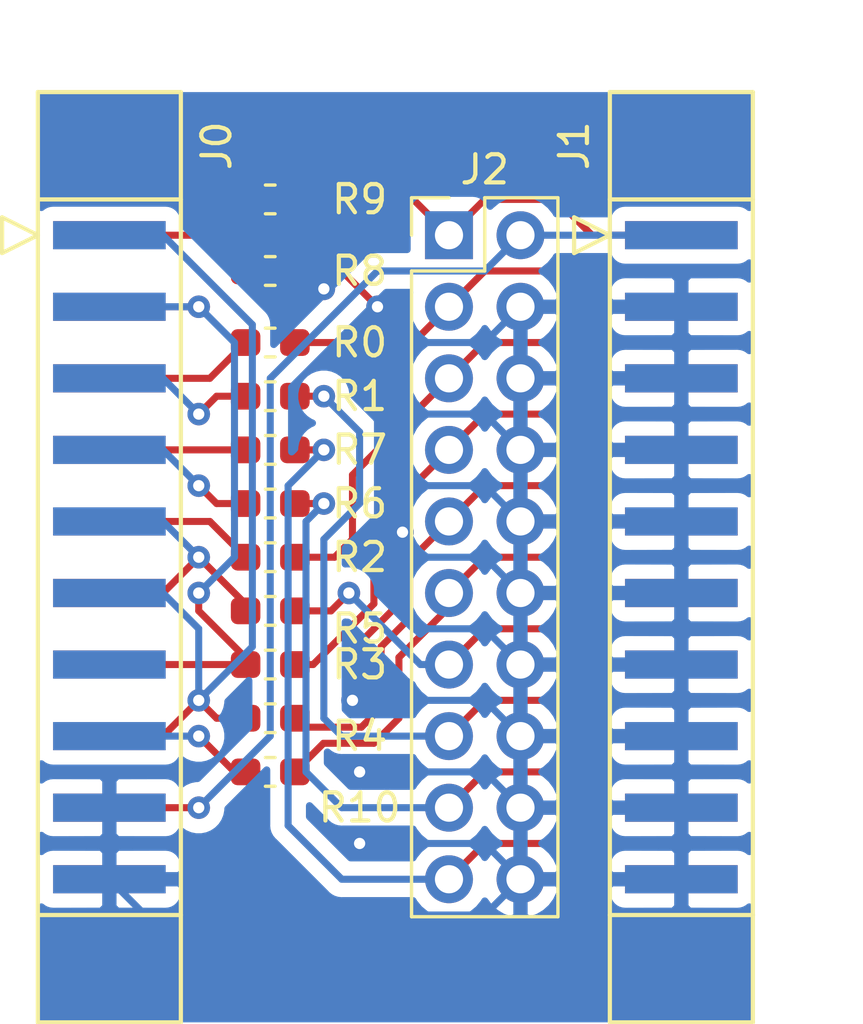
<source format=kicad_pcb>
(kicad_pcb (version 20171130) (host pcbnew "(5.1.4)-1")

  (general
    (thickness 1.6)
    (drawings 6)
    (tracks 217)
    (zones 0)
    (modules 14)
    (nets 25)
  )

  (page A4)
  (layers
    (0 F.Cu signal)
    (31 B.Cu signal)
    (32 B.Adhes user)
    (33 F.Adhes user)
    (34 B.Paste user)
    (35 F.Paste user)
    (36 B.SilkS user)
    (37 F.SilkS user)
    (38 B.Mask user)
    (39 F.Mask user)
    (40 Dwgs.User user)
    (41 Cmts.User user)
    (42 Eco1.User user)
    (43 Eco2.User user)
    (44 Edge.Cuts user)
    (45 Margin user)
    (46 B.CrtYd user)
    (47 F.CrtYd user)
    (48 B.Fab user)
    (49 F.Fab user)
  )

  (setup
    (last_trace_width 0.25)
    (trace_clearance 0.2)
    (zone_clearance 0.508)
    (zone_45_only no)
    (trace_min 0.2)
    (via_size 0.8)
    (via_drill 0.4)
    (via_min_size 0.4)
    (via_min_drill 0.3)
    (uvia_size 0.3)
    (uvia_drill 0.1)
    (uvias_allowed no)
    (uvia_min_size 0.2)
    (uvia_min_drill 0.1)
    (edge_width 0.05)
    (segment_width 0.2)
    (pcb_text_width 0.3)
    (pcb_text_size 1.5 1.5)
    (mod_edge_width 0.12)
    (mod_text_size 1 1)
    (mod_text_width 0.15)
    (pad_size 1.524 1.524)
    (pad_drill 0.762)
    (pad_to_mask_clearance 0.051)
    (solder_mask_min_width 0.25)
    (aux_axis_origin 0 0)
    (visible_elements 7FFFFF7F)
    (pcbplotparams
      (layerselection 0x010fc_ffffffff)
      (usegerberextensions false)
      (usegerberattributes false)
      (usegerberadvancedattributes false)
      (creategerberjobfile false)
      (excludeedgelayer true)
      (linewidth 0.100000)
      (plotframeref false)
      (viasonmask false)
      (mode 1)
      (useauxorigin false)
      (hpglpennumber 1)
      (hpglpenspeed 20)
      (hpglpendiameter 15.000000)
      (psnegative false)
      (psa4output false)
      (plotreference true)
      (plotvalue true)
      (plotinvisibletext false)
      (padsonsilk false)
      (subtractmaskfromsilk false)
      (outputformat 1)
      (mirror false)
      (drillshape 1)
      (scaleselection 1)
      (outputdirectory ""))
  )

  (net 0 "")
  (net 1 /EADC0_CH0)
  (net 2 /PB.1)
  (net 3 /PB.12)
  (net 4 /PB.4)
  (net 5 /PB.5)
  (net 6 /PB.6)
  (net 7 /PB.7)
  (net 8 /PB.8)
  (net 9 /PB.10)
  (net 10 /PB.13)
  (net 11 /PB.15)
  (net 12 /VCC)
  (net 13 /GND)
  (net 14 /VCC5V)
  (net 15 /RXD)
  (net 16 /TXD)
  (net 17 /nRST)
  (net 18 /TDO)
  (net 19 /RTCK)
  (net 20 /TCK)
  (net 21 /TMS)
  (net 22 /TDI)
  (net 23 /nTRST)
  (net 24 /Vref)

  (net_class Default 这是默认网络类。
    (clearance 0.2)
    (trace_width 0.25)
    (via_dia 0.8)
    (via_drill 0.4)
    (uvia_dia 0.3)
    (uvia_drill 0.1)
    (add_net /EADC0_CH0)
    (add_net /GND)
    (add_net /PB.1)
    (add_net /PB.10)
    (add_net /PB.12)
    (add_net /PB.13)
    (add_net /PB.15)
    (add_net /PB.4)
    (add_net /PB.5)
    (add_net /PB.6)
    (add_net /PB.7)
    (add_net /PB.8)
    (add_net /RTCK)
    (add_net /RXD)
    (add_net /TCK)
    (add_net /TDI)
    (add_net /TDO)
    (add_net /TMS)
    (add_net /TXD)
    (add_net /VCC)
    (add_net /VCC5V)
    (add_net /Vref)
    (add_net /nRST)
    (add_net /nTRST)
  )

  (module SimonQian:PinSocket_2x10_P2.54mm_Horizontal_2Layer (layer F.Cu) (tedit 5B13B570) (tstamp 5D963DAF)
    (at 189.23 142.24)
    (path /5D974276)
    (fp_text reference J0 (at 3.81 -13.97 90) (layer F.SilkS)
      (effects (font (size 1 1) (thickness 0.15)))
    )
    (fp_text value Conn_02x10_Odd_Even (at 3.81 0.635 270) (layer F.Fab) hide
      (effects (font (size 1 1) (thickness 0.15)))
    )
    (fp_line (start -3.81 -10.16) (end -3.81 -11.43) (layer F.SilkS) (width 0.15))
    (fp_line (start -3.81 -11.43) (end -2.54 -10.795) (layer F.SilkS) (width 0.15))
    (fp_line (start -2.54 -10.795) (end -3.81 -10.16) (layer F.SilkS) (width 0.15))
    (fp_line (start -2.54 -12.065) (end -2.54 -15.875) (layer F.SilkS) (width 0.15))
    (fp_line (start -2.54 -15.875) (end 2.54 -15.875) (layer F.SilkS) (width 0.15))
    (fp_line (start 2.54 -15.875) (end 2.54 -12.065) (layer F.SilkS) (width 0.15))
    (fp_line (start -2.54 13.335) (end -2.54 17.145) (layer F.SilkS) (width 0.15))
    (fp_line (start -2.54 17.145) (end 2.54 17.145) (layer F.SilkS) (width 0.15))
    (fp_line (start 2.54 17.145) (end 2.54 13.335) (layer F.SilkS) (width 0.15))
    (fp_line (start -2.54 13.335) (end -2.54 -12.065) (layer F.SilkS) (width 0.15))
    (fp_line (start -2.54 -12.065) (end 2.54 -12.065) (layer F.SilkS) (width 0.15))
    (fp_line (start 2.54 -12.065) (end 2.54 13.335) (layer F.SilkS) (width 0.15))
    (fp_line (start 2.54 13.335) (end -2.54 13.335) (layer F.SilkS) (width 0.15))
    (pad 1 smd rect (at 0 -10.795 90) (size 1 4) (layers F.Cu F.Paste F.Mask)
      (net 1 /EADC0_CH0))
    (pad 2 smd rect (at 0 -10.795 90) (size 1 4) (layers B.Cu B.Paste B.Mask)
      (net 2 /PB.1))
    (pad 3 smd rect (at 0 -8.255 90) (size 1 4) (layers F.Cu F.Paste F.Mask)
      (net 3 /PB.12))
    (pad 4 smd rect (at 0 -8.255 90) (size 1 4) (layers B.Cu B.Paste B.Mask)
      (net 3 /PB.12))
    (pad 5 smd rect (at 0 -5.715 90) (size 1 4) (layers F.Cu F.Paste F.Mask)
      (net 4 /PB.4))
    (pad 6 smd rect (at 0 -5.715 90) (size 1 4) (layers B.Cu B.Paste B.Mask)
      (net 5 /PB.5))
    (pad 7 smd rect (at 0 -3.175 90) (size 1 4) (layers F.Cu F.Paste F.Mask)
      (net 6 /PB.6))
    (pad 8 smd rect (at 0 -3.175 90) (size 1 4) (layers B.Cu B.Paste B.Mask)
      (net 7 /PB.7))
    (pad 9 smd rect (at 0 -0.635 90) (size 1 4) (layers F.Cu F.Paste F.Mask)
      (net 8 /PB.8))
    (pad 10 smd rect (at 0 -0.635 90) (size 1 4) (layers B.Cu B.Paste B.Mask)
      (net 9 /PB.10))
    (pad 11 smd rect (at 0 1.905 90) (size 1 4) (layers F.Cu F.Paste F.Mask)
      (net 9 /PB.10))
    (pad 12 smd rect (at 0 1.905 90) (size 1 4) (layers B.Cu B.Paste B.Mask)
      (net 2 /PB.1))
    (pad 13 smd rect (at 0 4.445 90) (size 1 4) (layers F.Cu F.Paste F.Mask)
      (net 3 /PB.12))
    (pad 14 smd rect (at 0 4.445 90) (size 1 4) (layers B.Cu B.Paste B.Mask)
      (net 10 /PB.13))
    (pad 15 smd rect (at 0 6.985 90) (size 1 4) (layers F.Cu F.Paste F.Mask)
      (net 2 /PB.1))
    (pad 16 smd rect (at 0 6.985 90) (size 1 4) (layers B.Cu B.Paste B.Mask)
      (net 11 /PB.15))
    (pad 17 smd rect (at 0 9.525 90) (size 1 4) (layers F.Cu F.Paste F.Mask)
      (net 12 /VCC))
    (pad 18 smd rect (at 0 9.525 90) (size 1 4) (layers B.Cu B.Paste B.Mask)
      (net 13 /GND))
    (pad 19 smd rect (at 0 12.065 90) (size 1 4) (layers F.Cu F.Paste F.Mask)
      (net 14 /VCC5V))
    (pad 20 smd rect (at 0 12.065 90) (size 1 4) (layers B.Cu B.Paste B.Mask)
      (net 13 /GND))
  )

  (module SimonQian:PinSocket_2x10_P2.54mm_Horizontal_2Layer (layer F.Cu) (tedit 5B13B570) (tstamp 5D96347B)
    (at 209.55 142.24)
    (path /5D978A31)
    (fp_text reference J1 (at -3.81 -13.97 90) (layer F.SilkS)
      (effects (font (size 1 1) (thickness 0.15)))
    )
    (fp_text value Conn_02x10_Odd_Even (at 3.81 0.635 90) (layer F.Fab) hide
      (effects (font (size 1 1) (thickness 0.15)))
    )
    (fp_line (start 2.54 13.335) (end -2.54 13.335) (layer F.SilkS) (width 0.15))
    (fp_line (start 2.54 -12.065) (end 2.54 13.335) (layer F.SilkS) (width 0.15))
    (fp_line (start -2.54 -12.065) (end 2.54 -12.065) (layer F.SilkS) (width 0.15))
    (fp_line (start -2.54 13.335) (end -2.54 -12.065) (layer F.SilkS) (width 0.15))
    (fp_line (start 2.54 17.145) (end 2.54 13.335) (layer F.SilkS) (width 0.15))
    (fp_line (start -2.54 17.145) (end 2.54 17.145) (layer F.SilkS) (width 0.15))
    (fp_line (start -2.54 13.335) (end -2.54 17.145) (layer F.SilkS) (width 0.15))
    (fp_line (start 2.54 -15.875) (end 2.54 -12.065) (layer F.SilkS) (width 0.15))
    (fp_line (start -2.54 -15.875) (end 2.54 -15.875) (layer F.SilkS) (width 0.15))
    (fp_line (start -2.54 -12.065) (end -2.54 -15.875) (layer F.SilkS) (width 0.15))
    (fp_line (start -2.54 -10.795) (end -3.81 -10.16) (layer F.SilkS) (width 0.15))
    (fp_line (start -3.81 -11.43) (end -2.54 -10.795) (layer F.SilkS) (width 0.15))
    (fp_line (start -3.81 -10.16) (end -3.81 -11.43) (layer F.SilkS) (width 0.15))
    (pad 20 smd rect (at 0 12.065 90) (size 1 4) (layers B.Cu B.Paste B.Mask)
      (net 13 /GND))
    (pad 19 smd rect (at 0 12.065 90) (size 1 4) (layers F.Cu F.Paste F.Mask)
      (net 15 /RXD))
    (pad 18 smd rect (at 0 9.525 90) (size 1 4) (layers B.Cu B.Paste B.Mask)
      (net 13 /GND))
    (pad 17 smd rect (at 0 9.525 90) (size 1 4) (layers F.Cu F.Paste F.Mask)
      (net 16 /TXD))
    (pad 16 smd rect (at 0 6.985 90) (size 1 4) (layers B.Cu B.Paste B.Mask)
      (net 13 /GND))
    (pad 15 smd rect (at 0 6.985 90) (size 1 4) (layers F.Cu F.Paste F.Mask)
      (net 17 /nRST))
    (pad 14 smd rect (at 0 4.445 90) (size 1 4) (layers B.Cu B.Paste B.Mask)
      (net 13 /GND))
    (pad 13 smd rect (at 0 4.445 90) (size 1 4) (layers F.Cu F.Paste F.Mask)
      (net 18 /TDO))
    (pad 12 smd rect (at 0 1.905 90) (size 1 4) (layers B.Cu B.Paste B.Mask)
      (net 13 /GND))
    (pad 11 smd rect (at 0 1.905 90) (size 1 4) (layers F.Cu F.Paste F.Mask)
      (net 19 /RTCK))
    (pad 10 smd rect (at 0 -0.635 90) (size 1 4) (layers B.Cu B.Paste B.Mask)
      (net 13 /GND))
    (pad 9 smd rect (at 0 -0.635 90) (size 1 4) (layers F.Cu F.Paste F.Mask)
      (net 20 /TCK))
    (pad 8 smd rect (at 0 -3.175 90) (size 1 4) (layers B.Cu B.Paste B.Mask)
      (net 13 /GND))
    (pad 7 smd rect (at 0 -3.175 90) (size 1 4) (layers F.Cu F.Paste F.Mask)
      (net 21 /TMS))
    (pad 6 smd rect (at 0 -5.715 90) (size 1 4) (layers B.Cu B.Paste B.Mask)
      (net 13 /GND))
    (pad 5 smd rect (at 0 -5.715 90) (size 1 4) (layers F.Cu F.Paste F.Mask)
      (net 22 /TDI))
    (pad 4 smd rect (at 0 -8.255 90) (size 1 4) (layers B.Cu B.Paste B.Mask)
      (net 13 /GND))
    (pad 3 smd rect (at 0 -8.255 90) (size 1 4) (layers F.Cu F.Paste F.Mask)
      (net 23 /nTRST))
    (pad 2 smd rect (at 0 -10.795 90) (size 1 4) (layers B.Cu B.Paste B.Mask)
      (net 12 /VCC))
    (pad 1 smd rect (at 0 -10.795 90) (size 1 4) (layers F.Cu F.Paste F.Mask)
      (net 24 /Vref))
  )

  (module Resistor_SMD:R_0603_1608Metric_Pad1.05x0.95mm_HandSolder (layer F.Cu) (tedit 5B301BBD) (tstamp 5D9651A9)
    (at 194.945 135.255 180)
    (descr "Resistor SMD 0603 (1608 Metric), square (rectangular) end terminal, IPC_7351 nominal with elongated pad for handsoldering. (Body size source: http://www.tortai-tech.com/upload/download/2011102023233369053.pdf), generated with kicad-footprint-generator")
    (tags "resistor handsolder")
    (path /5D9E66B6)
    (attr smd)
    (fp_text reference R0 (at -3.175 0) (layer F.SilkS)
      (effects (font (size 1 1) (thickness 0.15)))
    )
    (fp_text value 22 (at 0 1.43) (layer F.Fab) hide
      (effects (font (size 1 1) (thickness 0.15)))
    )
    (fp_line (start -0.8 0.4) (end -0.8 -0.4) (layer F.Fab) (width 0.1))
    (fp_line (start -0.8 -0.4) (end 0.8 -0.4) (layer F.Fab) (width 0.1))
    (fp_line (start 0.8 -0.4) (end 0.8 0.4) (layer F.Fab) (width 0.1))
    (fp_line (start 0.8 0.4) (end -0.8 0.4) (layer F.Fab) (width 0.1))
    (fp_line (start -0.171267 -0.51) (end 0.171267 -0.51) (layer F.SilkS) (width 0.12))
    (fp_line (start -0.171267 0.51) (end 0.171267 0.51) (layer F.SilkS) (width 0.12))
    (fp_line (start -1.65 0.73) (end -1.65 -0.73) (layer F.CrtYd) (width 0.05))
    (fp_line (start -1.65 -0.73) (end 1.65 -0.73) (layer F.CrtYd) (width 0.05))
    (fp_line (start 1.65 -0.73) (end 1.65 0.73) (layer F.CrtYd) (width 0.05))
    (fp_line (start 1.65 0.73) (end -1.65 0.73) (layer F.CrtYd) (width 0.05))
    (fp_text user %R (at 0 0) (layer F.Fab)
      (effects (font (size 0.4 0.4) (thickness 0.06)))
    )
    (pad 1 smd roundrect (at -0.875 0 180) (size 1.05 0.95) (layers F.Cu F.Paste F.Mask) (roundrect_rratio 0.25)
      (net 23 /nTRST))
    (pad 2 smd roundrect (at 0.875 0 180) (size 1.05 0.95) (layers F.Cu F.Paste F.Mask) (roundrect_rratio 0.25)
      (net 4 /PB.4))
    (model ${KISYS3DMOD}/Resistor_SMD.3dshapes/R_0603_1608Metric.wrl
      (at (xyz 0 0 0))
      (scale (xyz 1 1 1))
      (rotate (xyz 0 0 0))
    )
  )

  (module Resistor_SMD:R_0603_1608Metric_Pad1.05x0.95mm_HandSolder (layer F.Cu) (tedit 5B301BBD) (tstamp 5D9650AA)
    (at 194.945 137.16 180)
    (descr "Resistor SMD 0603 (1608 Metric), square (rectangular) end terminal, IPC_7351 nominal with elongated pad for handsoldering. (Body size source: http://www.tortai-tech.com/upload/download/2011102023233369053.pdf), generated with kicad-footprint-generator")
    (tags "resistor handsolder")
    (path /5D9E7A9C)
    (attr smd)
    (fp_text reference R1 (at -3.175 0) (layer F.SilkS)
      (effects (font (size 1 1) (thickness 0.15)))
    )
    (fp_text value 22 (at 0 1.43) (layer F.Fab) hide
      (effects (font (size 1 1) (thickness 0.15)))
    )
    (fp_text user %R (at 0 0) (layer F.Fab)
      (effects (font (size 0.4 0.4) (thickness 0.06)))
    )
    (fp_line (start 1.65 0.73) (end -1.65 0.73) (layer F.CrtYd) (width 0.05))
    (fp_line (start 1.65 -0.73) (end 1.65 0.73) (layer F.CrtYd) (width 0.05))
    (fp_line (start -1.65 -0.73) (end 1.65 -0.73) (layer F.CrtYd) (width 0.05))
    (fp_line (start -1.65 0.73) (end -1.65 -0.73) (layer F.CrtYd) (width 0.05))
    (fp_line (start -0.171267 0.51) (end 0.171267 0.51) (layer F.SilkS) (width 0.12))
    (fp_line (start -0.171267 -0.51) (end 0.171267 -0.51) (layer F.SilkS) (width 0.12))
    (fp_line (start 0.8 0.4) (end -0.8 0.4) (layer F.Fab) (width 0.1))
    (fp_line (start 0.8 -0.4) (end 0.8 0.4) (layer F.Fab) (width 0.1))
    (fp_line (start -0.8 -0.4) (end 0.8 -0.4) (layer F.Fab) (width 0.1))
    (fp_line (start -0.8 0.4) (end -0.8 -0.4) (layer F.Fab) (width 0.1))
    (pad 2 smd roundrect (at 0.875 0 180) (size 1.05 0.95) (layers F.Cu F.Paste F.Mask) (roundrect_rratio 0.25)
      (net 5 /PB.5))
    (pad 1 smd roundrect (at -0.875 0 180) (size 1.05 0.95) (layers F.Cu F.Paste F.Mask) (roundrect_rratio 0.25)
      (net 17 /nRST))
    (model ${KISYS3DMOD}/Resistor_SMD.3dshapes/R_0603_1608Metric.wrl
      (at (xyz 0 0 0))
      (scale (xyz 1 1 1))
      (rotate (xyz 0 0 0))
    )
  )

  (module Resistor_SMD:R_0603_1608Metric_Pad1.05x0.95mm_HandSolder (layer F.Cu) (tedit 5B301BBD) (tstamp 5D9633D7)
    (at 194.945 142.875 180)
    (descr "Resistor SMD 0603 (1608 Metric), square (rectangular) end terminal, IPC_7351 nominal with elongated pad for handsoldering. (Body size source: http://www.tortai-tech.com/upload/download/2011102023233369053.pdf), generated with kicad-footprint-generator")
    (tags "resistor handsolder")
    (path /5D9F9C46)
    (attr smd)
    (fp_text reference R2 (at -3.175 0) (layer F.SilkS)
      (effects (font (size 1 1) (thickness 0.15)))
    )
    (fp_text value 22 (at 0 1.43) (layer F.Fab) hide
      (effects (font (size 1 1) (thickness 0.15)))
    )
    (fp_line (start -0.8 0.4) (end -0.8 -0.4) (layer F.Fab) (width 0.1))
    (fp_line (start -0.8 -0.4) (end 0.8 -0.4) (layer F.Fab) (width 0.1))
    (fp_line (start 0.8 -0.4) (end 0.8 0.4) (layer F.Fab) (width 0.1))
    (fp_line (start 0.8 0.4) (end -0.8 0.4) (layer F.Fab) (width 0.1))
    (fp_line (start -0.171267 -0.51) (end 0.171267 -0.51) (layer F.SilkS) (width 0.12))
    (fp_line (start -0.171267 0.51) (end 0.171267 0.51) (layer F.SilkS) (width 0.12))
    (fp_line (start -1.65 0.73) (end -1.65 -0.73) (layer F.CrtYd) (width 0.05))
    (fp_line (start -1.65 -0.73) (end 1.65 -0.73) (layer F.CrtYd) (width 0.05))
    (fp_line (start 1.65 -0.73) (end 1.65 0.73) (layer F.CrtYd) (width 0.05))
    (fp_line (start 1.65 0.73) (end -1.65 0.73) (layer F.CrtYd) (width 0.05))
    (fp_text user %R (at 0 0) (layer F.Fab)
      (effects (font (size 0.4 0.4) (thickness 0.06)))
    )
    (pad 1 smd roundrect (at -0.875 0 180) (size 1.05 0.95) (layers F.Cu F.Paste F.Mask) (roundrect_rratio 0.25)
      (net 22 /TDI))
    (pad 2 smd roundrect (at 0.875 0 180) (size 1.05 0.95) (layers F.Cu F.Paste F.Mask) (roundrect_rratio 0.25)
      (net 8 /PB.8))
    (model ${KISYS3DMOD}/Resistor_SMD.3dshapes/R_0603_1608Metric.wrl
      (at (xyz 0 0 0))
      (scale (xyz 1 1 1))
      (rotate (xyz 0 0 0))
    )
  )

  (module Resistor_SMD:R_0603_1608Metric_Pad1.05x0.95mm_HandSolder (layer F.Cu) (tedit 5B301BBD) (tstamp 5D963F68)
    (at 194.945 146.685 180)
    (descr "Resistor SMD 0603 (1608 Metric), square (rectangular) end terminal, IPC_7351 nominal with elongated pad for handsoldering. (Body size source: http://www.tortai-tech.com/upload/download/2011102023233369053.pdf), generated with kicad-footprint-generator")
    (tags "resistor handsolder")
    (path /5D9FA12C)
    (attr smd)
    (fp_text reference R3 (at -3.175 0) (layer F.SilkS)
      (effects (font (size 1 1) (thickness 0.15)))
    )
    (fp_text value 22 (at 0 1.43) (layer F.Fab) hide
      (effects (font (size 1 1) (thickness 0.15)))
    )
    (fp_text user %R (at 0 0) (layer F.Fab)
      (effects (font (size 0.4 0.4) (thickness 0.06)))
    )
    (fp_line (start 1.65 0.73) (end -1.65 0.73) (layer F.CrtYd) (width 0.05))
    (fp_line (start 1.65 -0.73) (end 1.65 0.73) (layer F.CrtYd) (width 0.05))
    (fp_line (start -1.65 -0.73) (end 1.65 -0.73) (layer F.CrtYd) (width 0.05))
    (fp_line (start -1.65 0.73) (end -1.65 -0.73) (layer F.CrtYd) (width 0.05))
    (fp_line (start -0.171267 0.51) (end 0.171267 0.51) (layer F.SilkS) (width 0.12))
    (fp_line (start -0.171267 -0.51) (end 0.171267 -0.51) (layer F.SilkS) (width 0.12))
    (fp_line (start 0.8 0.4) (end -0.8 0.4) (layer F.Fab) (width 0.1))
    (fp_line (start 0.8 -0.4) (end 0.8 0.4) (layer F.Fab) (width 0.1))
    (fp_line (start -0.8 -0.4) (end 0.8 -0.4) (layer F.Fab) (width 0.1))
    (fp_line (start -0.8 0.4) (end -0.8 -0.4) (layer F.Fab) (width 0.1))
    (pad 2 smd roundrect (at 0.875 0 180) (size 1.05 0.95) (layers F.Cu F.Paste F.Mask) (roundrect_rratio 0.25)
      (net 3 /PB.12))
    (pad 1 smd roundrect (at -0.875 0 180) (size 1.05 0.95) (layers F.Cu F.Paste F.Mask) (roundrect_rratio 0.25)
      (net 21 /TMS))
    (model ${KISYS3DMOD}/Resistor_SMD.3dshapes/R_0603_1608Metric.wrl
      (at (xyz 0 0 0))
      (scale (xyz 1 1 1))
      (rotate (xyz 0 0 0))
    )
  )

  (module Resistor_SMD:R_0603_1608Metric_Pad1.05x0.95mm_HandSolder (layer F.Cu) (tedit 5D96D385) (tstamp 5D96356F)
    (at 194.945 148.59 180)
    (descr "Resistor SMD 0603 (1608 Metric), square (rectangular) end terminal, IPC_7351 nominal with elongated pad for handsoldering. (Body size source: http://www.tortai-tech.com/upload/download/2011102023233369053.pdf), generated with kicad-footprint-generator")
    (tags "resistor handsolder")
    (path /5D9FA2ED)
    (attr smd)
    (fp_text reference R4 (at -3.175 -0.635) (layer F.SilkS)
      (effects (font (size 1 1) (thickness 0.15)))
    )
    (fp_text value 22 (at 0 -1.905 180) (layer F.Fab) hide
      (effects (font (size 1 1) (thickness 0.15)))
    )
    (fp_line (start -0.8 0.4) (end -0.8 -0.4) (layer F.Fab) (width 0.1))
    (fp_line (start -0.8 -0.4) (end 0.8 -0.4) (layer F.Fab) (width 0.1))
    (fp_line (start 0.8 -0.4) (end 0.8 0.4) (layer F.Fab) (width 0.1))
    (fp_line (start 0.8 0.4) (end -0.8 0.4) (layer F.Fab) (width 0.1))
    (fp_line (start -0.171267 -0.51) (end 0.171267 -0.51) (layer F.SilkS) (width 0.12))
    (fp_line (start -0.171267 0.51) (end 0.171267 0.51) (layer F.SilkS) (width 0.12))
    (fp_line (start -1.65 0.73) (end -1.65 -0.73) (layer F.CrtYd) (width 0.05))
    (fp_line (start -1.65 -0.73) (end 1.65 -0.73) (layer F.CrtYd) (width 0.05))
    (fp_line (start 1.65 -0.73) (end 1.65 0.73) (layer F.CrtYd) (width 0.05))
    (fp_line (start 1.65 0.73) (end -1.65 0.73) (layer F.CrtYd) (width 0.05))
    (fp_text user %R (at 0 0) (layer F.Fab)
      (effects (font (size 0.4 0.4) (thickness 0.06)))
    )
    (pad 1 smd roundrect (at -0.875 0 180) (size 1.05 0.95) (layers F.Cu F.Paste F.Mask) (roundrect_rratio 0.25)
      (net 20 /TCK))
    (pad 2 smd roundrect (at 0.875 0 180) (size 1.05 0.95) (layers F.Cu F.Paste F.Mask) (roundrect_rratio 0.25)
      (net 2 /PB.1))
    (model ${KISYS3DMOD}/Resistor_SMD.3dshapes/R_0603_1608Metric.wrl
      (at (xyz 0 0 0))
      (scale (xyz 1 1 1))
      (rotate (xyz 0 0 0))
    )
  )

  (module Resistor_SMD:R_0603_1608Metric_Pad1.05x0.95mm_HandSolder (layer F.Cu) (tedit 5D983A70) (tstamp 5D96365F)
    (at 194.945 144.78 180)
    (descr "Resistor SMD 0603 (1608 Metric), square (rectangular) end terminal, IPC_7351 nominal with elongated pad for handsoldering. (Body size source: http://www.tortai-tech.com/upload/download/2011102023233369053.pdf), generated with kicad-footprint-generator")
    (tags "resistor handsolder")
    (path /5D9FA626)
    (attr smd)
    (fp_text reference R5 (at -3.175 -0.635) (layer F.SilkS)
      (effects (font (size 1 1) (thickness 0.15)))
    )
    (fp_text value 22 (at 0 1.43) (layer F.Fab) hide
      (effects (font (size 1 1) (thickness 0.15)))
    )
    (fp_text user %R (at 0 0) (layer F.Fab)
      (effects (font (size 0.4 0.4) (thickness 0.06)))
    )
    (fp_line (start 1.65 0.73) (end -1.65 0.73) (layer F.CrtYd) (width 0.05))
    (fp_line (start 1.65 -0.73) (end 1.65 0.73) (layer F.CrtYd) (width 0.05))
    (fp_line (start -1.65 -0.73) (end 1.65 -0.73) (layer F.CrtYd) (width 0.05))
    (fp_line (start -1.65 0.73) (end -1.65 -0.73) (layer F.CrtYd) (width 0.05))
    (fp_line (start -0.171267 0.51) (end 0.171267 0.51) (layer F.SilkS) (width 0.12))
    (fp_line (start -0.171267 -0.51) (end 0.171267 -0.51) (layer F.SilkS) (width 0.12))
    (fp_line (start 0.8 0.4) (end -0.8 0.4) (layer F.Fab) (width 0.1))
    (fp_line (start 0.8 -0.4) (end 0.8 0.4) (layer F.Fab) (width 0.1))
    (fp_line (start -0.8 -0.4) (end 0.8 -0.4) (layer F.Fab) (width 0.1))
    (fp_line (start -0.8 0.4) (end -0.8 -0.4) (layer F.Fab) (width 0.1))
    (pad 2 smd roundrect (at 0.875 0 180) (size 1.05 0.95) (layers F.Cu F.Paste F.Mask) (roundrect_rratio 0.25)
      (net 9 /PB.10))
    (pad 1 smd roundrect (at -0.875 0 180) (size 1.05 0.95) (layers F.Cu F.Paste F.Mask) (roundrect_rratio 0.25)
      (net 18 /TDO))
    (model ${KISYS3DMOD}/Resistor_SMD.3dshapes/R_0603_1608Metric.wrl
      (at (xyz 0 0 0))
      (scale (xyz 1 1 1))
      (rotate (xyz 0 0 0))
    )
  )

  (module Resistor_SMD:R_0603_1608Metric_Pad1.05x0.95mm_HandSolder (layer F.Cu) (tedit 5B301BBD) (tstamp 5D9635CF)
    (at 194.945 140.97 180)
    (descr "Resistor SMD 0603 (1608 Metric), square (rectangular) end terminal, IPC_7351 nominal with elongated pad for handsoldering. (Body size source: http://www.tortai-tech.com/upload/download/2011102023233369053.pdf), generated with kicad-footprint-generator")
    (tags "resistor handsolder")
    (path /5D9FA84A)
    (attr smd)
    (fp_text reference R6 (at -3.175 0) (layer F.SilkS)
      (effects (font (size 1 1) (thickness 0.15)))
    )
    (fp_text value 22 (at 0 -0.635) (layer F.Fab) hide
      (effects (font (size 1 1) (thickness 0.15)))
    )
    (fp_line (start -0.8 0.4) (end -0.8 -0.4) (layer F.Fab) (width 0.1))
    (fp_line (start -0.8 -0.4) (end 0.8 -0.4) (layer F.Fab) (width 0.1))
    (fp_line (start 0.8 -0.4) (end 0.8 0.4) (layer F.Fab) (width 0.1))
    (fp_line (start 0.8 0.4) (end -0.8 0.4) (layer F.Fab) (width 0.1))
    (fp_line (start -0.171267 -0.51) (end 0.171267 -0.51) (layer F.SilkS) (width 0.12))
    (fp_line (start -0.171267 0.51) (end 0.171267 0.51) (layer F.SilkS) (width 0.12))
    (fp_line (start -1.65 0.73) (end -1.65 -0.73) (layer F.CrtYd) (width 0.05))
    (fp_line (start -1.65 -0.73) (end 1.65 -0.73) (layer F.CrtYd) (width 0.05))
    (fp_line (start 1.65 -0.73) (end 1.65 0.73) (layer F.CrtYd) (width 0.05))
    (fp_line (start 1.65 0.73) (end -1.65 0.73) (layer F.CrtYd) (width 0.05))
    (fp_text user %R (at 0 0) (layer F.Fab)
      (effects (font (size 0.4 0.4) (thickness 0.06)))
    )
    (pad 1 smd roundrect (at -0.875 0 180) (size 1.05 0.95) (layers F.Cu F.Paste F.Mask) (roundrect_rratio 0.25)
      (net 16 /TXD))
    (pad 2 smd roundrect (at 0.875 0 180) (size 1.05 0.95) (layers F.Cu F.Paste F.Mask) (roundrect_rratio 0.25)
      (net 7 /PB.7))
    (model ${KISYS3DMOD}/Resistor_SMD.3dshapes/R_0603_1608Metric.wrl
      (at (xyz 0 0 0))
      (scale (xyz 1 1 1))
      (rotate (xyz 0 0 0))
    )
  )

  (module Resistor_SMD:R_0603_1608Metric_Pad1.05x0.95mm_HandSolder (layer F.Cu) (tedit 5B301BBD) (tstamp 5D96359F)
    (at 194.945 139.065 180)
    (descr "Resistor SMD 0603 (1608 Metric), square (rectangular) end terminal, IPC_7351 nominal with elongated pad for handsoldering. (Body size source: http://www.tortai-tech.com/upload/download/2011102023233369053.pdf), generated with kicad-footprint-generator")
    (tags "resistor handsolder")
    (path /5D9FAA60)
    (attr smd)
    (fp_text reference R7 (at -3.175 0) (layer F.SilkS)
      (effects (font (size 1 1) (thickness 0.15)))
    )
    (fp_text value 22 (at 0 1.43) (layer F.Fab) hide
      (effects (font (size 1 1) (thickness 0.15)))
    )
    (fp_text user %R (at 0 0) (layer F.Fab)
      (effects (font (size 0.4 0.4) (thickness 0.06)))
    )
    (fp_line (start 1.65 0.73) (end -1.65 0.73) (layer F.CrtYd) (width 0.05))
    (fp_line (start 1.65 -0.73) (end 1.65 0.73) (layer F.CrtYd) (width 0.05))
    (fp_line (start -1.65 -0.73) (end 1.65 -0.73) (layer F.CrtYd) (width 0.05))
    (fp_line (start -1.65 0.73) (end -1.65 -0.73) (layer F.CrtYd) (width 0.05))
    (fp_line (start -0.171267 0.51) (end 0.171267 0.51) (layer F.SilkS) (width 0.12))
    (fp_line (start -0.171267 -0.51) (end 0.171267 -0.51) (layer F.SilkS) (width 0.12))
    (fp_line (start 0.8 0.4) (end -0.8 0.4) (layer F.Fab) (width 0.1))
    (fp_line (start 0.8 -0.4) (end 0.8 0.4) (layer F.Fab) (width 0.1))
    (fp_line (start -0.8 -0.4) (end 0.8 -0.4) (layer F.Fab) (width 0.1))
    (fp_line (start -0.8 0.4) (end -0.8 -0.4) (layer F.Fab) (width 0.1))
    (pad 2 smd roundrect (at 0.875 0 180) (size 1.05 0.95) (layers F.Cu F.Paste F.Mask) (roundrect_rratio 0.25)
      (net 6 /PB.6))
    (pad 1 smd roundrect (at -0.875 0 180) (size 1.05 0.95) (layers F.Cu F.Paste F.Mask) (roundrect_rratio 0.25)
      (net 15 /RXD))
    (model ${KISYS3DMOD}/Resistor_SMD.3dshapes/R_0603_1608Metric.wrl
      (at (xyz 0 0 0))
      (scale (xyz 1 1 1))
      (rotate (xyz 0 0 0))
    )
  )

  (module Resistor_SMD:R_0603_1608Metric_Pad1.05x0.95mm_HandSolder (layer F.Cu) (tedit 5B301BBD) (tstamp 5D964301)
    (at 194.945 132.715 180)
    (descr "Resistor SMD 0603 (1608 Metric), square (rectangular) end terminal, IPC_7351 nominal with elongated pad for handsoldering. (Body size source: http://www.tortai-tech.com/upload/download/2011102023233369053.pdf), generated with kicad-footprint-generator")
    (tags "resistor handsolder")
    (path /5D9FADCA)
    (attr smd)
    (fp_text reference R8 (at -3.175 0) (layer F.SilkS)
      (effects (font (size 1 1) (thickness 0.15)))
    )
    (fp_text value 10K (at -4.445 -1.27) (layer F.Fab) hide
      (effects (font (size 1 1) (thickness 0.15)))
    )
    (fp_line (start -0.8 0.4) (end -0.8 -0.4) (layer F.Fab) (width 0.1))
    (fp_line (start -0.8 -0.4) (end 0.8 -0.4) (layer F.Fab) (width 0.1))
    (fp_line (start 0.8 -0.4) (end 0.8 0.4) (layer F.Fab) (width 0.1))
    (fp_line (start 0.8 0.4) (end -0.8 0.4) (layer F.Fab) (width 0.1))
    (fp_line (start -0.171267 -0.51) (end 0.171267 -0.51) (layer F.SilkS) (width 0.12))
    (fp_line (start -0.171267 0.51) (end 0.171267 0.51) (layer F.SilkS) (width 0.12))
    (fp_line (start -1.65 0.73) (end -1.65 -0.73) (layer F.CrtYd) (width 0.05))
    (fp_line (start -1.65 -0.73) (end 1.65 -0.73) (layer F.CrtYd) (width 0.05))
    (fp_line (start 1.65 -0.73) (end 1.65 0.73) (layer F.CrtYd) (width 0.05))
    (fp_line (start 1.65 0.73) (end -1.65 0.73) (layer F.CrtYd) (width 0.05))
    (fp_text user %R (at 0 0) (layer F.Fab)
      (effects (font (size 0.4 0.4) (thickness 0.06)))
    )
    (pad 1 smd roundrect (at -0.875 0 180) (size 1.05 0.95) (layers F.Cu F.Paste F.Mask) (roundrect_rratio 0.25)
      (net 13 /GND))
    (pad 2 smd roundrect (at 0.875 0 180) (size 1.05 0.95) (layers F.Cu F.Paste F.Mask) (roundrect_rratio 0.25)
      (net 1 /EADC0_CH0))
    (model ${KISYS3DMOD}/Resistor_SMD.3dshapes/R_0603_1608Metric.wrl
      (at (xyz 0 0 0))
      (scale (xyz 1 1 1))
      (rotate (xyz 0 0 0))
    )
  )

  (module Resistor_SMD:R_0603_1608Metric_Pad1.05x0.95mm_HandSolder (layer F.Cu) (tedit 5B301BBD) (tstamp 5D96362F)
    (at 194.945 130.175 180)
    (descr "Resistor SMD 0603 (1608 Metric), square (rectangular) end terminal, IPC_7351 nominal with elongated pad for handsoldering. (Body size source: http://www.tortai-tech.com/upload/download/2011102023233369053.pdf), generated with kicad-footprint-generator")
    (tags "resistor handsolder")
    (path /5DA0C1B5)
    (attr smd)
    (fp_text reference R9 (at -3.175 0) (layer F.SilkS)
      (effects (font (size 1 1) (thickness 0.15)))
    )
    (fp_text value 10K (at 0 1.43) (layer F.Fab) hide
      (effects (font (size 1 1) (thickness 0.15)))
    )
    (fp_text user %R (at 0 0) (layer F.Fab)
      (effects (font (size 0.4 0.4) (thickness 0.06)))
    )
    (fp_line (start 1.65 0.73) (end -1.65 0.73) (layer F.CrtYd) (width 0.05))
    (fp_line (start 1.65 -0.73) (end 1.65 0.73) (layer F.CrtYd) (width 0.05))
    (fp_line (start -1.65 -0.73) (end 1.65 -0.73) (layer F.CrtYd) (width 0.05))
    (fp_line (start -1.65 0.73) (end -1.65 -0.73) (layer F.CrtYd) (width 0.05))
    (fp_line (start -0.171267 0.51) (end 0.171267 0.51) (layer F.SilkS) (width 0.12))
    (fp_line (start -0.171267 -0.51) (end 0.171267 -0.51) (layer F.SilkS) (width 0.12))
    (fp_line (start 0.8 0.4) (end -0.8 0.4) (layer F.Fab) (width 0.1))
    (fp_line (start 0.8 -0.4) (end 0.8 0.4) (layer F.Fab) (width 0.1))
    (fp_line (start -0.8 -0.4) (end 0.8 -0.4) (layer F.Fab) (width 0.1))
    (fp_line (start -0.8 0.4) (end -0.8 -0.4) (layer F.Fab) (width 0.1))
    (pad 2 smd roundrect (at 0.875 0 180) (size 1.05 0.95) (layers F.Cu F.Paste F.Mask) (roundrect_rratio 0.25)
      (net 1 /EADC0_CH0))
    (pad 1 smd roundrect (at -0.875 0 180) (size 1.05 0.95) (layers F.Cu F.Paste F.Mask) (roundrect_rratio 0.25)
      (net 24 /Vref))
    (model ${KISYS3DMOD}/Resistor_SMD.3dshapes/R_0603_1608Metric.wrl
      (at (xyz 0 0 0))
      (scale (xyz 1 1 1))
      (rotate (xyz 0 0 0))
    )
  )

  (module Connector_PinHeader_2.54mm:PinHeader_2x10_P2.54mm_Vertical (layer F.Cu) (tedit 59FED5CC) (tstamp 5D964C8A)
    (at 201.295 131.445)
    (descr "Through hole straight pin header, 2x10, 2.54mm pitch, double rows")
    (tags "Through hole pin header THT 2x10 2.54mm double row")
    (path /5DA19744)
    (fp_text reference J2 (at 1.27 -2.33) (layer F.SilkS)
      (effects (font (size 1 1) (thickness 0.15)))
    )
    (fp_text value Conn_02x10_Odd_Even (at 1.27 25.19) (layer F.Fab) hide
      (effects (font (size 1 1) (thickness 0.15)))
    )
    (fp_line (start 0 -1.27) (end 3.81 -1.27) (layer F.Fab) (width 0.1))
    (fp_line (start 3.81 -1.27) (end 3.81 24.13) (layer F.Fab) (width 0.1))
    (fp_line (start 3.81 24.13) (end -1.27 24.13) (layer F.Fab) (width 0.1))
    (fp_line (start -1.27 24.13) (end -1.27 0) (layer F.Fab) (width 0.1))
    (fp_line (start -1.27 0) (end 0 -1.27) (layer F.Fab) (width 0.1))
    (fp_line (start -1.33 24.19) (end 3.87 24.19) (layer F.SilkS) (width 0.12))
    (fp_line (start -1.33 1.27) (end -1.33 24.19) (layer F.SilkS) (width 0.12))
    (fp_line (start 3.87 -1.33) (end 3.87 24.19) (layer F.SilkS) (width 0.12))
    (fp_line (start -1.33 1.27) (end 1.27 1.27) (layer F.SilkS) (width 0.12))
    (fp_line (start 1.27 1.27) (end 1.27 -1.33) (layer F.SilkS) (width 0.12))
    (fp_line (start 1.27 -1.33) (end 3.87 -1.33) (layer F.SilkS) (width 0.12))
    (fp_line (start -1.33 0) (end -1.33 -1.33) (layer F.SilkS) (width 0.12))
    (fp_line (start -1.33 -1.33) (end 0 -1.33) (layer F.SilkS) (width 0.12))
    (fp_line (start -1.8 -1.8) (end -1.8 24.65) (layer F.CrtYd) (width 0.05))
    (fp_line (start -1.8 24.65) (end 4.35 24.65) (layer F.CrtYd) (width 0.05))
    (fp_line (start 4.35 24.65) (end 4.35 -1.8) (layer F.CrtYd) (width 0.05))
    (fp_line (start 4.35 -1.8) (end -1.8 -1.8) (layer F.CrtYd) (width 0.05))
    (fp_text user %R (at 1.27 11.43 90) (layer F.Fab) hide
      (effects (font (size 1 1) (thickness 0.15)))
    )
    (pad 1 thru_hole rect (at 0 0) (size 1.7 1.7) (drill 1) (layers *.Cu *.Mask)
      (net 24 /Vref))
    (pad 2 thru_hole oval (at 2.54 0) (size 1.7 1.7) (drill 1) (layers *.Cu *.Mask)
      (net 12 /VCC))
    (pad 3 thru_hole oval (at 0 2.54) (size 1.7 1.7) (drill 1) (layers *.Cu *.Mask)
      (net 23 /nTRST))
    (pad 4 thru_hole oval (at 2.54 2.54) (size 1.7 1.7) (drill 1) (layers *.Cu *.Mask)
      (net 13 /GND))
    (pad 5 thru_hole oval (at 0 5.08) (size 1.7 1.7) (drill 1) (layers *.Cu *.Mask)
      (net 22 /TDI))
    (pad 6 thru_hole oval (at 2.54 5.08) (size 1.7 1.7) (drill 1) (layers *.Cu *.Mask)
      (net 13 /GND))
    (pad 7 thru_hole oval (at 0 7.62) (size 1.7 1.7) (drill 1) (layers *.Cu *.Mask)
      (net 21 /TMS))
    (pad 8 thru_hole oval (at 2.54 7.62) (size 1.7 1.7) (drill 1) (layers *.Cu *.Mask)
      (net 13 /GND))
    (pad 9 thru_hole oval (at 0 10.16) (size 1.7 1.7) (drill 1) (layers *.Cu *.Mask)
      (net 20 /TCK))
    (pad 10 thru_hole oval (at 2.54 10.16) (size 1.7 1.7) (drill 1) (layers *.Cu *.Mask)
      (net 13 /GND))
    (pad 11 thru_hole oval (at 0 12.7) (size 1.7 1.7) (drill 1) (layers *.Cu *.Mask)
      (net 19 /RTCK))
    (pad 12 thru_hole oval (at 2.54 12.7) (size 1.7 1.7) (drill 1) (layers *.Cu *.Mask)
      (net 13 /GND))
    (pad 13 thru_hole oval (at 0 15.24) (size 1.7 1.7) (drill 1) (layers *.Cu *.Mask)
      (net 18 /TDO))
    (pad 14 thru_hole oval (at 2.54 15.24) (size 1.7 1.7) (drill 1) (layers *.Cu *.Mask)
      (net 13 /GND))
    (pad 15 thru_hole oval (at 0 17.78) (size 1.7 1.7) (drill 1) (layers *.Cu *.Mask)
      (net 17 /nRST))
    (pad 16 thru_hole oval (at 2.54 17.78) (size 1.7 1.7) (drill 1) (layers *.Cu *.Mask)
      (net 13 /GND))
    (pad 17 thru_hole oval (at 0 20.32) (size 1.7 1.7) (drill 1) (layers *.Cu *.Mask)
      (net 16 /TXD))
    (pad 18 thru_hole oval (at 2.54 20.32) (size 1.7 1.7) (drill 1) (layers *.Cu *.Mask)
      (net 13 /GND))
    (pad 19 thru_hole oval (at 0 22.86) (size 1.7 1.7) (drill 1) (layers *.Cu *.Mask)
      (net 15 /RXD))
    (pad 20 thru_hole oval (at 2.54 22.86) (size 1.7 1.7) (drill 1) (layers *.Cu *.Mask)
      (net 13 /GND))
    (model ${KISYS3DMOD}/Connector_PinHeader_2.54mm.3dshapes/PinHeader_2x10_P2.54mm_Vertical.wrl
      (at (xyz 0 0 0))
      (scale (xyz 1 1 1))
      (rotate (xyz 0 0 0))
    )
  )

  (module Resistor_SMD:R_0603_1608Metric_Pad1.05x0.95mm_HandSolder (layer F.Cu) (tedit 5D96D37F) (tstamp 5D96D3E5)
    (at 194.945 150.495 180)
    (descr "Resistor SMD 0603 (1608 Metric), square (rectangular) end terminal, IPC_7351 nominal with elongated pad for handsoldering. (Body size source: http://www.tortai-tech.com/upload/download/2011102023233369053.pdf), generated with kicad-footprint-generator")
    (tags "resistor handsolder")
    (path /5D976622)
    (attr smd)
    (fp_text reference R10 (at -3.175 -1.27 180) (layer F.SilkS)
      (effects (font (size 1 1) (thickness 0.15)))
    )
    (fp_text value 22 (at 0 1.43 180) (layer F.Fab) hide
      (effects (font (size 1 1) (thickness 0.15)))
    )
    (fp_line (start -0.8 0.4) (end -0.8 -0.4) (layer F.Fab) (width 0.1))
    (fp_line (start -0.8 -0.4) (end 0.8 -0.4) (layer F.Fab) (width 0.1))
    (fp_line (start 0.8 -0.4) (end 0.8 0.4) (layer F.Fab) (width 0.1))
    (fp_line (start 0.8 0.4) (end -0.8 0.4) (layer F.Fab) (width 0.1))
    (fp_line (start -0.171267 -0.51) (end 0.171267 -0.51) (layer F.SilkS) (width 0.12))
    (fp_line (start -0.171267 0.51) (end 0.171267 0.51) (layer F.SilkS) (width 0.12))
    (fp_line (start -1.65 0.73) (end -1.65 -0.73) (layer F.CrtYd) (width 0.05))
    (fp_line (start -1.65 -0.73) (end 1.65 -0.73) (layer F.CrtYd) (width 0.05))
    (fp_line (start 1.65 -0.73) (end 1.65 0.73) (layer F.CrtYd) (width 0.05))
    (fp_line (start 1.65 0.73) (end -1.65 0.73) (layer F.CrtYd) (width 0.05))
    (fp_text user %R (at 0 0 180) (layer F.Fab)
      (effects (font (size 0.4 0.4) (thickness 0.06)))
    )
    (pad 1 smd roundrect (at -0.875 0 180) (size 1.05 0.95) (layers F.Cu F.Paste F.Mask) (roundrect_rratio 0.25)
      (net 19 /RTCK))
    (pad 2 smd roundrect (at 0.875 0 180) (size 1.05 0.95) (layers F.Cu F.Paste F.Mask) (roundrect_rratio 0.25)
      (net 11 /PB.15))
    (model ${KISYS3DMOD}/Resistor_SMD.3dshapes/R_0603_1608Metric.wrl
      (at (xyz 0 0 0))
      (scale (xyz 1 1 1))
      (rotate (xyz 0 0 0))
    )
  )

  (dimension 33.02 (width 0.15) (layer Margin)
    (gr_text "1.3000 在" (at 214.66 142.875 270) (layer Margin)
      (effects (font (size 1 1) (thickness 0.15)))
    )
    (feature1 (pts (xy 212.09 159.385) (xy 213.946421 159.385)))
    (feature2 (pts (xy 212.09 126.365) (xy 213.946421 126.365)))
    (crossbar (pts (xy 213.36 126.365) (xy 213.36 159.385)))
    (arrow1a (pts (xy 213.36 159.385) (xy 212.773579 158.258496)))
    (arrow1b (pts (xy 213.36 159.385) (xy 213.946421 158.258496)))
    (arrow2a (pts (xy 213.36 126.365) (xy 212.773579 127.491504)))
    (arrow2b (pts (xy 213.36 126.365) (xy 213.946421 127.491504)))
  )
  (dimension 25.4 (width 0.15) (layer Margin)
    (gr_text "1.0000 在" (at 199.39 123.795) (layer Margin)
      (effects (font (size 1 1) (thickness 0.15)))
    )
    (feature1 (pts (xy 212.09 126.365) (xy 212.09 124.508579)))
    (feature2 (pts (xy 186.69 126.365) (xy 186.69 124.508579)))
    (crossbar (pts (xy 186.69 125.095) (xy 212.09 125.095)))
    (arrow1a (pts (xy 212.09 125.095) (xy 210.963496 125.681421)))
    (arrow1b (pts (xy 212.09 125.095) (xy 210.963496 124.508579)))
    (arrow2a (pts (xy 186.69 125.095) (xy 187.816504 125.681421)))
    (arrow2b (pts (xy 186.69 125.095) (xy 187.816504 124.508579)))
  )
  (gr_line (start 186.69 126.365) (end 212.09 126.365) (angle 90) (layer Margin) (width 0.15))
  (gr_line (start 186.69 159.385) (end 186.69 126.365) (angle 90) (layer Margin) (width 0.15))
  (gr_line (start 212.09 159.385) (end 186.69 159.385) (angle 90) (layer Margin) (width 0.15))
  (gr_line (start 212.09 126.365) (end 212.09 159.385) (layer Margin) (width 0.15))

  (segment (start 194.07 132.14) (end 194.07 130.175) (width 0.25) (layer F.Cu) (net 1))
  (segment (start 194.07 132.715) (end 194.07 132.14) (width 0.25) (layer F.Cu) (net 1))
  (segment (start 189.23 131.445) (end 192.8 131.445) (width 0.25) (layer F.Cu) (net 1) (status 400000))
  (segment (start 192.8 131.445) (end 194.07 130.175) (width 0.25) (layer F.Cu) (net 1) (tstamp 5D965C22) (status 800000))
  (segment (start 189.23 131.445) (end 191.135 131.445) (width 0.25) (layer B.Cu) (net 2) (status C00000))
  (segment (start 194.31 134.62) (end 194.31 146.05) (width 0.25) (layer B.Cu) (net 2) (tstamp 5D965CBF))
  (segment (start 191.135 131.445) (end 194.31 134.62) (width 0.25) (layer B.Cu) (net 2) (tstamp 5D965CBD) (status 400000))
  (segment (start 189.23 144.145) (end 191.135 144.145) (width 0.25) (layer B.Cu) (net 2) (status C00000))
  (segment (start 192.405 147.955) (end 192.405 145.415) (width 0.25) (layer B.Cu) (net 2))
  (segment (start 193.04 148.59) (end 192.405 147.955) (width 0.25) (layer F.Cu) (net 2) (tstamp 5D96DBB0))
  (via (at 192.405 147.955) (size 0.8) (drill 0.4) (layers F.Cu B.Cu) (net 2))
  (segment (start 193.04 148.59) (end 194.07 148.59) (width 0.25) (layer F.Cu) (net 2) (status 800000))
  (segment (start 191.135 144.145) (end 192.405 145.415) (width 0.25) (layer B.Cu) (net 2) (tstamp 5D965CE5) (status 400000))
  (segment (start 192.405 147.955) (end 194.31 146.05) (width 0.25) (layer B.Cu) (net 2))
  (segment (start 189.23 149.225) (end 191.135 149.225) (width 0.25) (layer F.Cu) (net 2) (status C00000))
  (segment (start 191.135 149.225) (end 192.405 147.955) (width 0.25) (layer F.Cu) (net 2) (tstamp 5D96DBBC) (status 400000))
  (segment (start 194.07 146.685) (end 194.07 146.445) (width 0.25) (layer F.Cu) (net 3) (status C00000))
  (segment (start 193.675 135.255) (end 193.675 142.875) (width 0.25) (layer B.Cu) (net 3) (tstamp 5D965D46))
  (segment (start 193.675 135.255) (end 192.405 133.985) (width 0.25) (layer B.Cu) (net 3))
  (via (at 192.405 144.145) (size 0.8) (drill 0.4) (layers F.Cu B.Cu) (net 3))
  (segment (start 192.405 144.78) (end 192.405 144.145) (width 0.25) (layer F.Cu) (net 3) (tstamp 5D965CDC))
  (segment (start 194.07 146.445) (end 192.405 144.78) (width 0.25) (layer F.Cu) (net 3) (tstamp 5D965CDB) (status 400000))
  (segment (start 192.405 144.145) (end 193.675 142.875) (width 0.25) (layer B.Cu) (net 3))
  (segment (start 189.23 146.685) (end 194.07 146.685) (width 0.25) (layer F.Cu) (net 3) (status C00000))
  (segment (start 189.23 133.985) (end 192.405 133.985) (width 0.25) (layer F.Cu) (net 3) (status 400000))
  (via (at 192.405 133.985) (size 0.8) (drill 0.4) (layers F.Cu B.Cu) (net 3))
  (segment (start 192.405 133.985) (end 189.23 133.985) (width 0.25) (layer B.Cu) (net 3) (tstamp 5D965D43) (status 800000))
  (segment (start 189.23 136.525) (end 192.8 136.525) (width 0.25) (layer F.Cu) (net 4) (status 400000))
  (segment (start 192.8 136.525) (end 194.07 135.255) (width 0.25) (layer F.Cu) (net 4) (tstamp 5D965C2B) (status 800000))
  (segment (start 189.23 136.525) (end 191.135 136.525) (width 0.25) (layer B.Cu) (net 5) (status C00000))
  (segment (start 193.04 137.16) (end 194.07 137.16) (width 0.25) (layer F.Cu) (net 5) (tstamp 5D965C33) (status 800000))
  (segment (start 192.405 137.795) (end 193.04 137.16) (width 0.25) (layer F.Cu) (net 5) (tstamp 5D965C32))
  (via (at 192.405 137.795) (size 0.8) (drill 0.4) (layers F.Cu B.Cu) (net 5))
  (segment (start 191.135 136.525) (end 192.405 137.795) (width 0.25) (layer B.Cu) (net 5) (tstamp 5D965C2F) (status 400000))
  (segment (start 189.23 139.065) (end 194.07 139.065) (width 0.25) (layer F.Cu) (net 6) (status C00000))
  (segment (start 189.23 139.065) (end 191.135 139.065) (width 0.25) (layer B.Cu) (net 7) (status C00000))
  (segment (start 193.04 140.97) (end 194.07 140.97) (width 0.25) (layer F.Cu) (net 7) (tstamp 5D965C3C) (status 800000))
  (segment (start 192.405 140.335) (end 193.04 140.97) (width 0.25) (layer F.Cu) (net 7) (tstamp 5D965C3B))
  (via (at 192.405 140.335) (size 0.8) (drill 0.4) (layers F.Cu B.Cu) (net 7))
  (segment (start 191.135 139.065) (end 192.405 140.335) (width 0.25) (layer B.Cu) (net 7) (tstamp 5D965C38) (status 400000))
  (segment (start 189.23 141.605) (end 192.8 141.605) (width 0.25) (layer F.Cu) (net 8) (status 400000))
  (segment (start 192.8 141.605) (end 194.07 142.875) (width 0.25) (layer F.Cu) (net 8) (tstamp 5D965C3F) (status 800000))
  (segment (start 189.23 141.605) (end 191.135 141.605) (width 0.25) (layer B.Cu) (net 9) (status C00000))
  (segment (start 194.07 144.54) (end 194.07 144.78) (width 0.25) (layer F.Cu) (net 9) (tstamp 5D965C47) (status C00000))
  (segment (start 192.405 142.875) (end 194.07 144.54) (width 0.25) (layer F.Cu) (net 9) (tstamp 5D965C46) (status 800000))
  (via (at 192.405 142.875) (size 0.8) (drill 0.4) (layers F.Cu B.Cu) (net 9))
  (segment (start 191.135 141.605) (end 192.405 142.875) (width 0.25) (layer B.Cu) (net 9) (tstamp 5D965C43) (status 400000))
  (segment (start 189.23 144.145) (end 191.135 144.145) (width 0.25) (layer F.Cu) (net 9) (status C00000))
  (segment (start 191.135 144.145) (end 192.405 142.875) (width 0.25) (layer F.Cu) (net 9) (tstamp 5D965C4A) (status 400000))
  (segment (start 189.23 149.225) (end 192.405 149.225) (width 0.25) (layer B.Cu) (net 11) (status 400000))
  (segment (start 193.675 150.495) (end 194.07 150.495) (width 0.25) (layer F.Cu) (net 11) (tstamp 5D96DC46) (status C00000))
  (segment (start 192.405 149.225) (end 193.675 150.495) (width 0.25) (layer F.Cu) (net 11) (tstamp 5D96DC45) (status 800000))
  (via (at 192.405 149.225) (size 0.8) (drill 0.4) (layers F.Cu B.Cu) (net 11))
  (segment (start 203.835 131.445) (end 209.55 131.445) (width 0.25) (layer B.Cu) (net 12) (status C00000))
  (segment (start 189.23 151.765) (end 192.405 151.765) (width 0.25) (layer F.Cu) (net 12) (status 400000))
  (via (at 192.405 151.765) (size 0.8) (drill 0.4) (layers F.Cu B.Cu) (net 12))
  (segment (start 192.405 151.765) (end 194.945 149.225) (width 0.25) (layer B.Cu) (net 12))
  (segment (start 194.945 149.225) (end 194.945 136.525) (width 0.25) (layer B.Cu) (net 12) (tstamp 5D965C62))
  (segment (start 203.835 131.445) (end 202.565 132.715) (width 0.25) (layer B.Cu) (net 12) (status 400000))
  (segment (start 198.755 132.715) (end 194.945 136.525) (width 0.25) (layer B.Cu) (net 12) (tstamp 5D965D8F))
  (segment (start 202.565 132.715) (end 198.755 132.715) (width 0.25) (layer B.Cu) (net 12) (tstamp 5D965D8E))
  (segment (start 203.835 133.985) (end 209.55 133.985) (width 0.25) (layer B.Cu) (net 13) (status C00000))
  (segment (start 209.55 133.985) (end 209.55 136.525) (width 0.25) (layer B.Cu) (net 13) (status C00000))
  (segment (start 209.55 136.525) (end 209.55 139.065) (width 0.25) (layer B.Cu) (net 13) (status C00000))
  (segment (start 209.55 139.065) (end 209.55 141.605) (width 0.25) (layer B.Cu) (net 13) (status C00000))
  (segment (start 209.55 141.605) (end 209.55 144.145) (width 0.25) (layer B.Cu) (net 13) (status C00000))
  (segment (start 209.55 144.145) (end 209.55 146.685) (width 0.25) (layer B.Cu) (net 13) (status C00000))
  (segment (start 209.55 146.685) (end 209.55 149.225) (width 0.25) (layer B.Cu) (net 13) (status C00000))
  (segment (start 209.55 149.225) (end 209.55 151.765) (width 0.25) (layer B.Cu) (net 13) (status C00000))
  (segment (start 209.55 151.765) (end 203.835 151.765) (width 0.25) (layer B.Cu) (net 13) (status C00000))
  (segment (start 203.835 151.765) (end 203.835 149.225) (width 0.25) (layer B.Cu) (net 13) (status C00000))
  (segment (start 203.835 149.225) (end 209.55 149.225) (width 0.25) (layer B.Cu) (net 13) (status C00000))
  (segment (start 203.835 146.685) (end 203.835 149.225) (width 0.25) (layer B.Cu) (net 13) (status C00000))
  (segment (start 203.835 146.685) (end 209.55 146.685) (width 0.25) (layer B.Cu) (net 13) (status C00000))
  (segment (start 209.55 144.145) (end 203.835 144.145) (width 0.25) (layer B.Cu) (net 13) (status C00000))
  (segment (start 203.835 144.145) (end 203.835 146.685) (width 0.25) (layer B.Cu) (net 13) (status C00000))
  (segment (start 203.835 144.145) (end 203.835 141.605) (width 0.25) (layer B.Cu) (net 13) (status C00000))
  (segment (start 203.835 141.605) (end 209.55 141.605) (width 0.25) (layer B.Cu) (net 13) (status C00000))
  (segment (start 209.55 139.065) (end 203.835 139.065) (width 0.25) (layer B.Cu) (net 13) (status C00000))
  (segment (start 203.835 139.065) (end 203.835 141.605) (width 0.25) (layer B.Cu) (net 13) (status C00000))
  (segment (start 203.835 139.065) (end 203.835 136.525) (width 0.25) (layer B.Cu) (net 13) (status C00000))
  (segment (start 203.835 136.525) (end 209.55 136.525) (width 0.25) (layer B.Cu) (net 13) (status C00000))
  (segment (start 203.835 136.525) (end 203.835 133.985) (width 0.25) (layer B.Cu) (net 13) (status C00000))
  (segment (start 203.835 151.765) (end 203.835 154.305) (width 0.25) (layer B.Cu) (net 13) (status C00000))
  (segment (start 203.835 154.305) (end 209.55 154.305) (width 0.25) (layer B.Cu) (net 13) (status C00000))
  (segment (start 203.835 154.305) (end 202.565 155.575) (width 0.25) (layer B.Cu) (net 13) (status 400000))
  (segment (start 190.5 155.575) (end 189.23 154.305) (width 0.25) (layer B.Cu) (net 13) (tstamp 5D965C56) (status 800000))
  (segment (start 202.565 155.575) (end 190.5 155.575) (width 0.25) (layer B.Cu) (net 13) (tstamp 5D965C55))
  (segment (start 189.23 154.305) (end 189.23 151.765) (width 0.25) (layer B.Cu) (net 13) (status C00000))
  (segment (start 203.835 133.985) (end 202.565 135.255) (width 0.25) (layer B.Cu) (net 13) (status 400000))
  (segment (start 200.025 135.255) (end 198.755 133.985) (width 0.25) (layer B.Cu) (net 13) (tstamp 5D965DA2))
  (segment (start 202.565 135.255) (end 200.025 135.255) (width 0.25) (layer B.Cu) (net 13) (tstamp 5D965DA1))
  (segment (start 197.485 132.715) (end 198.755 133.985) (width 0.25) (layer F.Cu) (net 13) (tstamp 5D965DA8))
  (via (at 198.755 133.985) (size 0.8) (drill 0.4) (layers F.Cu B.Cu) (net 13))
  (segment (start 197.485 132.715) (end 195.82 132.715) (width 0.25) (layer F.Cu) (net 13) (status 800000))
  (segment (start 195.82 132.715) (end 196.215 132.715) (width 0.25) (layer F.Cu) (net 13) (status C00000))
  (via (at 196.85 133.35) (size 0.8) (drill 0.4) (layers F.Cu B.Cu) (net 13))
  (segment (start 196.215 132.715) (end 196.85 133.35) (width 0.25) (layer F.Cu) (net 13) (tstamp 5D965DB0) (status 400000))
  (segment (start 203.835 146.685) (end 202.565 145.415) (width 0.25) (layer B.Cu) (net 13) (status 400000))
  (segment (start 202.565 145.415) (end 200.025 145.415) (width 0.25) (layer B.Cu) (net 13) (tstamp 5D965DC8))
  (segment (start 200.025 145.415) (end 198.755 144.145) (width 0.25) (layer B.Cu) (net 13) (tstamp 5D965DC9))
  (segment (start 198.755 144.145) (end 198.755 142.875) (width 0.25) (layer B.Cu) (net 13) (tstamp 5D965DCA))
  (segment (start 198.755 142.875) (end 198.755 140.335) (width 0.25) (layer B.Cu) (net 13) (tstamp 5D965DDC))
  (segment (start 198.755 140.335) (end 198.755 137.795) (width 0.25) (layer B.Cu) (net 13) (tstamp 5D965DD7))
  (segment (start 198.755 137.795) (end 198.755 133.985) (width 0.25) (layer B.Cu) (net 13) (tstamp 5D965DD1))
  (segment (start 203.835 139.065) (end 202.565 137.795) (width 0.25) (layer B.Cu) (net 13) (status 400000))
  (segment (start 202.565 137.795) (end 198.755 137.795) (width 0.25) (layer B.Cu) (net 13) (tstamp 5D965DCE))
  (segment (start 203.835 141.605) (end 202.565 140.335) (width 0.25) (layer B.Cu) (net 13) (status 400000))
  (segment (start 202.565 140.335) (end 198.755 140.335) (width 0.25) (layer B.Cu) (net 13) (tstamp 5D965DD4))
  (segment (start 203.835 144.145) (end 202.565 142.875) (width 0.25) (layer B.Cu) (net 13) (status 400000))
  (segment (start 202.565 142.875) (end 198.755 142.875) (width 0.25) (layer B.Cu) (net 13) (tstamp 5D965DD9))
  (segment (start 203.835 149.225) (end 202.565 147.955) (width 0.25) (layer B.Cu) (net 13) (status 400000))
  (segment (start 197.866 146.177) (end 197.866 147.955) (width 0.25) (layer F.Cu) (net 13) (tstamp 5D983A79))
  (segment (start 199.263 144.78) (end 197.866 146.177) (width 0.25) (layer F.Cu) (net 13) (tstamp 5D983A78))
  (segment (start 199.263 142.367) (end 199.263 144.78) (width 0.25) (layer F.Cu) (net 13) (tstamp 5D983A77))
  (segment (start 199.644 141.986) (end 199.263 142.367) (width 0.25) (layer F.Cu) (net 13))
  (segment (start 199.644 141.224) (end 199.644 141.986) (width 0.25) (layer B.Cu) (net 13) (tstamp 5D983A00))
  (via (at 199.644 141.986) (size 0.8) (drill 0.4) (layers F.Cu B.Cu) (net 13))
  (segment (start 199.644 141.224) (end 198.755 140.335) (width 0.25) (layer B.Cu) (net 13))
  (segment (start 202.565 147.955) (end 197.866 147.955) (width 0.25) (layer B.Cu) (net 13) (tstamp 5D965DF2))
  (via (at 197.866 147.955) (size 0.8) (drill 0.4) (layers F.Cu B.Cu) (net 13))
  (segment (start 203.835 154.305) (end 202.565 153.035) (width 0.25) (layer B.Cu) (net 13) (status 400000))
  (via (at 198.12 153.035) (size 0.8) (drill 0.4) (layers F.Cu B.Cu) (net 13))
  (segment (start 202.565 153.035) (end 198.12 153.035) (width 0.25) (layer B.Cu) (net 13) (tstamp 5D965E08))
  (segment (start 202.565 150.495) (end 198.12 150.495) (width 0.25) (layer B.Cu) (net 13) (tstamp 5D965DF7))
  (segment (start 203.835 151.765) (end 202.565 150.495) (width 0.25) (layer B.Cu) (net 13) (status 400000))
  (via (at 198.12 150.495) (size 0.8) (drill 0.4) (layers F.Cu B.Cu) (net 13))
  (segment (start 209.55 154.305) (end 206.375 154.305) (width 0.25) (layer F.Cu) (net 15) (status 400000))
  (segment (start 202.565 153.035) (end 201.295 154.305) (width 0.25) (layer F.Cu) (net 15) (tstamp 5D965339) (status 800000))
  (segment (start 205.105 153.035) (end 202.565 153.035) (width 0.25) (layer F.Cu) (net 15) (tstamp 5D965337))
  (segment (start 206.375 154.305) (end 205.105 153.035) (width 0.25) (layer F.Cu) (net 15) (tstamp 5D965335))
  (segment (start 195.82 139.065) (end 196.85 139.065) (width 0.25) (layer F.Cu) (net 15) (status 400000))
  (segment (start 197.485 154.305) (end 201.295 154.305) (width 0.25) (layer B.Cu) (net 15) (status 800000))
  (via (at 196.85 139.065) (size 0.8) (drill 0.4) (layers F.Cu B.Cu) (net 15))
  (segment (start 195.58 152.4) (end 197.485 154.305) (width 0.25) (layer B.Cu) (net 15))
  (segment (start 195.58 152.4) (end 195.58 140.335) (width 0.25) (layer B.Cu) (net 15) (tstamp 5D96598D))
  (segment (start 195.58 140.335) (end 196.85 139.065) (width 0.25) (layer B.Cu) (net 15) (tstamp 5D96598E))
  (segment (start 209.55 151.765) (end 206.375 151.765) (width 0.25) (layer F.Cu) (net 16) (status 400000))
  (segment (start 202.565 150.495) (end 201.295 151.765) (width 0.25) (layer F.Cu) (net 16) (tstamp 5D965331) (status 800000))
  (segment (start 205.105 150.495) (end 202.565 150.495) (width 0.25) (layer F.Cu) (net 16) (tstamp 5D96532F))
  (segment (start 206.375 151.765) (end 205.105 150.495) (width 0.25) (layer F.Cu) (net 16) (tstamp 5D96532D))
  (segment (start 195.82 140.97) (end 196.85 140.97) (width 0.25) (layer F.Cu) (net 16) (status 400000))
  (via (at 196.85 140.97) (size 0.8) (drill 0.4) (layers F.Cu B.Cu) (net 16))
  (segment (start 196.215 150.495) (end 197.485 151.765) (width 0.25) (layer B.Cu) (net 16))
  (segment (start 196.215 150.495) (end 196.215 141.605) (width 0.25) (layer B.Cu) (net 16) (tstamp 5D965982))
  (segment (start 196.215 141.605) (end 196.85 140.97) (width 0.25) (layer B.Cu) (net 16) (tstamp 5D965983))
  (segment (start 201.295 151.765) (end 197.485 151.765) (width 0.25) (layer B.Cu) (net 16) (status 400000))
  (segment (start 209.55 149.225) (end 206.375 149.225) (width 0.25) (layer F.Cu) (net 17) (status 400000))
  (segment (start 202.565 147.955) (end 201.295 149.225) (width 0.25) (layer F.Cu) (net 17) (tstamp 5D965329) (status 800000))
  (segment (start 205.105 147.955) (end 202.565 147.955) (width 0.25) (layer F.Cu) (net 17) (tstamp 5D965327))
  (segment (start 206.375 149.225) (end 205.105 147.955) (width 0.25) (layer F.Cu) (net 17) (tstamp 5D965325))
  (segment (start 201.295 149.225) (end 197.485 149.225) (width 0.25) (layer B.Cu) (net 17) (status 400000))
  (segment (start 196.85 137.16) (end 195.82 137.16) (width 0.25) (layer F.Cu) (net 17) (tstamp 5D965D61) (status 800000))
  (via (at 196.85 137.16) (size 0.8) (drill 0.4) (layers F.Cu B.Cu) (net 17))
  (segment (start 198.12 138.43) (end 196.85 137.16) (width 0.25) (layer B.Cu) (net 17) (tstamp 5D965D5E))
  (segment (start 198.12 140.97) (end 198.12 138.43) (width 0.25) (layer B.Cu) (net 17) (tstamp 5D965D5D))
  (segment (start 196.85 142.24) (end 198.12 140.97) (width 0.25) (layer B.Cu) (net 17) (tstamp 5D965D5C))
  (segment (start 196.85 148.59) (end 196.85 142.24) (width 0.25) (layer B.Cu) (net 17) (tstamp 5D965D5A))
  (segment (start 197.485 149.225) (end 196.85 148.59) (width 0.25) (layer B.Cu) (net 17) (tstamp 5D965D58))
  (segment (start 209.55 146.685) (end 206.375 146.685) (width 0.25) (layer F.Cu) (net 18) (status 400000))
  (segment (start 202.565 145.415) (end 201.295 146.685) (width 0.25) (layer F.Cu) (net 18) (tstamp 5D965321) (status 800000))
  (segment (start 205.105 145.415) (end 202.565 145.415) (width 0.25) (layer F.Cu) (net 18) (tstamp 5D96531F))
  (segment (start 206.375 146.685) (end 205.105 145.415) (width 0.25) (layer F.Cu) (net 18) (tstamp 5D96531D))
  (segment (start 195.82 144.78) (end 197.104 144.78) (width 0.25) (layer F.Cu) (net 18) (status 400000))
  (segment (start 200.279 146.685) (end 201.295 146.685) (width 0.25) (layer B.Cu) (net 18) (tstamp 5D9839AA) (status 800000))
  (segment (start 197.739 144.145) (end 200.279 146.685) (width 0.25) (layer B.Cu) (net 18) (tstamp 5D9839A9))
  (via (at 197.739 144.145) (size 0.8) (drill 0.4) (layers F.Cu B.Cu) (net 18))
  (segment (start 197.104 144.78) (end 197.739 144.145) (width 0.25) (layer F.Cu) (net 18) (tstamp 5D98399B))
  (segment (start 209.55 144.145) (end 206.375 144.145) (width 0.25) (layer F.Cu) (net 19) (status 400000))
  (segment (start 202.565 142.875) (end 201.295 144.145) (width 0.25) (layer F.Cu) (net 19) (tstamp 5D965319) (status 800000))
  (segment (start 205.105 142.875) (end 202.565 142.875) (width 0.25) (layer F.Cu) (net 19) (tstamp 5D965317))
  (segment (start 206.375 144.145) (end 205.105 142.875) (width 0.25) (layer F.Cu) (net 19) (tstamp 5D965315))
  (segment (start 198.628 149.479) (end 199.517 148.59) (width 0.25) (layer F.Cu) (net 19) (tstamp 5D96DC91))
  (segment (start 196.836 149.479) (end 198.628 149.479) (width 0.25) (layer F.Cu) (net 19) (tstamp 5D96DC8F))
  (segment (start 196.836 149.479) (end 195.82 150.495) (width 0.25) (layer F.Cu) (net 19) (status 800000))
  (segment (start 199.517 146.431) (end 199.517 148.59) (width 0.25) (layer F.Cu) (net 19) (tstamp 5D983A48))
  (segment (start 201.295 144.145) (end 201.295 144.653) (width 0.25) (layer F.Cu) (net 19) (status C00000))
  (segment (start 201.295 144.653) (end 199.517 146.431) (width 0.25) (layer F.Cu) (net 19) (tstamp 5D983A40))
  (segment (start 209.55 141.605) (end 206.375 141.605) (width 0.25) (layer F.Cu) (net 20) (status 400000))
  (segment (start 202.565 140.335) (end 201.295 141.605) (width 0.25) (layer F.Cu) (net 20) (tstamp 5D965311) (status 800000))
  (segment (start 205.105 140.335) (end 202.565 140.335) (width 0.25) (layer F.Cu) (net 20) (tstamp 5D96530F))
  (segment (start 206.375 141.605) (end 205.105 140.335) (width 0.25) (layer F.Cu) (net 20) (tstamp 5D96530D))
  (segment (start 198.882 148.209) (end 198.1835 148.9075) (width 0.25) (layer F.Cu) (net 20))
  (segment (start 198.882 148.209) (end 198.882 146.05) (width 0.25) (layer F.Cu) (net 20) (tstamp 5D96535B))
  (segment (start 198.1835 148.9075) (end 196.1375 148.9075) (width 0.25) (layer F.Cu) (net 20))
  (segment (start 196.1375 148.9075) (end 195.82 148.59) (width 0.25) (layer F.Cu) (net 20) (tstamp 5D96DB83) (status C00000))
  (segment (start 201.295 141.605) (end 199.898 143.002) (width 0.25) (layer F.Cu) (net 20) (status 400000))
  (segment (start 199.898 145.034) (end 198.882 146.05) (width 0.25) (layer F.Cu) (net 20) (tstamp 5D9839ED))
  (segment (start 199.898 143.002) (end 199.898 145.034) (width 0.25) (layer F.Cu) (net 20) (tstamp 5D9839E6))
  (segment (start 209.55 139.065) (end 206.375 139.065) (width 0.25) (layer F.Cu) (net 21) (status 400000))
  (segment (start 202.565 137.795) (end 201.295 139.065) (width 0.25) (layer F.Cu) (net 21) (tstamp 5D965309) (status 800000))
  (segment (start 205.105 137.795) (end 202.565 137.795) (width 0.25) (layer F.Cu) (net 21) (tstamp 5D965307))
  (segment (start 206.375 139.065) (end 205.105 137.795) (width 0.25) (layer F.Cu) (net 21) (tstamp 5D965305))
  (segment (start 201.295 139.065) (end 198.628 141.732) (width 0.25) (layer F.Cu) (net 21) (tstamp 5D965362) (status 400000))
  (segment (start 198.628 144.526) (end 198.628 141.732) (width 0.25) (layer F.Cu) (net 21))
  (segment (start 196.469 146.685) (end 198.628 144.526) (width 0.25) (layer F.Cu) (net 21) (tstamp 5D9839AF))
  (segment (start 196.469 146.685) (end 195.82 146.685) (width 0.25) (layer F.Cu) (net 21) (status 800000))
  (segment (start 209.55 136.525) (end 206.375 136.525) (width 0.25) (layer F.Cu) (net 22) (status 400000))
  (segment (start 202.565 135.255) (end 201.295 136.525) (width 0.25) (layer F.Cu) (net 22) (tstamp 5D965301) (status 800000))
  (segment (start 205.105 135.255) (end 202.565 135.255) (width 0.25) (layer F.Cu) (net 22) (tstamp 5D9652FF))
  (segment (start 206.375 136.525) (end 205.105 135.255) (width 0.25) (layer F.Cu) (net 22) (tstamp 5D9652FD))
  (segment (start 195.82 142.875) (end 197.231 142.875) (width 0.25) (layer F.Cu) (net 22) (status 400000))
  (segment (start 197.866 139.954) (end 201.295 136.525) (width 0.25) (layer F.Cu) (net 22) (tstamp 5D965976) (status 800000))
  (segment (start 197.866 142.24) (end 197.866 139.954) (width 0.25) (layer F.Cu) (net 22) (tstamp 5D965975))
  (segment (start 197.231 142.875) (end 197.866 142.24) (width 0.25) (layer F.Cu) (net 22) (tstamp 5D965974))
  (segment (start 209.55 133.985) (end 206.375 133.985) (width 0.25) (layer F.Cu) (net 23) (status 400000))
  (segment (start 202.565 132.715) (end 201.295 133.985) (width 0.25) (layer F.Cu) (net 23) (tstamp 5D9652F9) (status 800000))
  (segment (start 205.105 132.715) (end 202.565 132.715) (width 0.25) (layer F.Cu) (net 23) (tstamp 5D9652F7))
  (segment (start 206.375 133.985) (end 205.105 132.715) (width 0.25) (layer F.Cu) (net 23) (tstamp 5D9652F5))
  (segment (start 195.82 135.255) (end 200.025 135.255) (width 0.25) (layer F.Cu) (net 23) (status 400000))
  (segment (start 200.025 135.255) (end 201.295 133.985) (width 0.25) (layer F.Cu) (net 23) (tstamp 5D9655A3) (status 800000))
  (segment (start 209.55 131.445) (end 206.375 131.445) (width 0.25) (layer F.Cu) (net 24) (status 400000))
  (segment (start 202.565 130.175) (end 201.295 131.445) (width 0.25) (layer F.Cu) (net 24) (tstamp 5D9652C1) (status 800000))
  (segment (start 205.105 130.175) (end 202.565 130.175) (width 0.25) (layer F.Cu) (net 24) (tstamp 5D9652BF))
  (segment (start 206.375 131.445) (end 205.105 130.175) (width 0.25) (layer F.Cu) (net 24) (tstamp 5D9652BD))
  (segment (start 195.82 130.175) (end 200.025 130.175) (width 0.25) (layer F.Cu) (net 24) (status 400000))
  (segment (start 200.025 130.175) (end 201.295 131.445) (width 0.25) (layer F.Cu) (net 24) (tstamp 5D96533D) (status 800000))

  (zone (net 13) (net_name /GND) (layer B.Cu) (tstamp 5D965E1E) (hatch edge 0.508)
    (connect_pads (clearance 0.508))
    (min_thickness 0.254)
    (fill yes (arc_segments 32) (thermal_gap 0.508) (thermal_bridge_width 0.508))
    (polygon
      (pts
        (xy 186.69 126.365) (xy 212.09 126.365) (xy 212.09 159.385) (xy 186.69 159.385)
      )
    )
    (filled_polygon
      (pts
        (xy 207.019463 132.299494) (xy 207.098815 132.396185) (xy 207.195506 132.475537) (xy 207.30582 132.534502) (xy 207.425518 132.570812)
        (xy 207.55 132.583072) (xy 211.55 132.583072) (xy 211.674482 132.570812) (xy 211.79418 132.534502) (xy 211.904494 132.475537)
        (xy 211.963 132.427523) (xy 211.963 133.002477) (xy 211.904494 132.954463) (xy 211.79418 132.895498) (xy 211.674482 132.859188)
        (xy 211.55 132.846928) (xy 209.83575 132.85) (xy 209.677 133.00875) (xy 209.677 133.858) (xy 209.697 133.858)
        (xy 209.697 134.112) (xy 209.677 134.112) (xy 209.677 134.96125) (xy 209.83575 135.12) (xy 211.55 135.123072)
        (xy 211.674482 135.110812) (xy 211.79418 135.074502) (xy 211.904494 135.015537) (xy 211.963 134.967523) (xy 211.963 135.542477)
        (xy 211.904494 135.494463) (xy 211.79418 135.435498) (xy 211.674482 135.399188) (xy 211.55 135.386928) (xy 209.83575 135.39)
        (xy 209.677 135.54875) (xy 209.677 136.398) (xy 209.697 136.398) (xy 209.697 136.652) (xy 209.677 136.652)
        (xy 209.677 137.50125) (xy 209.83575 137.66) (xy 211.55 137.663072) (xy 211.674482 137.650812) (xy 211.79418 137.614502)
        (xy 211.904494 137.555537) (xy 211.963 137.507523) (xy 211.963 138.082477) (xy 211.904494 138.034463) (xy 211.79418 137.975498)
        (xy 211.674482 137.939188) (xy 211.55 137.926928) (xy 209.83575 137.93) (xy 209.677 138.08875) (xy 209.677 138.938)
        (xy 209.697 138.938) (xy 209.697 139.192) (xy 209.677 139.192) (xy 209.677 140.04125) (xy 209.83575 140.2)
        (xy 211.55 140.203072) (xy 211.674482 140.190812) (xy 211.79418 140.154502) (xy 211.904494 140.095537) (xy 211.963 140.047523)
        (xy 211.963 140.622477) (xy 211.904494 140.574463) (xy 211.79418 140.515498) (xy 211.674482 140.479188) (xy 211.55 140.466928)
        (xy 209.83575 140.47) (xy 209.677 140.62875) (xy 209.677 141.478) (xy 209.697 141.478) (xy 209.697 141.732)
        (xy 209.677 141.732) (xy 209.677 142.58125) (xy 209.83575 142.74) (xy 211.55 142.743072) (xy 211.674482 142.730812)
        (xy 211.79418 142.694502) (xy 211.904494 142.635537) (xy 211.963 142.587523) (xy 211.963 143.162477) (xy 211.904494 143.114463)
        (xy 211.79418 143.055498) (xy 211.674482 143.019188) (xy 211.55 143.006928) (xy 209.83575 143.01) (xy 209.677 143.16875)
        (xy 209.677 144.018) (xy 209.697 144.018) (xy 209.697 144.272) (xy 209.677 144.272) (xy 209.677 145.12125)
        (xy 209.83575 145.28) (xy 211.55 145.283072) (xy 211.674482 145.270812) (xy 211.79418 145.234502) (xy 211.904494 145.175537)
        (xy 211.963 145.127523) (xy 211.963 145.702477) (xy 211.904494 145.654463) (xy 211.79418 145.595498) (xy 211.674482 145.559188)
        (xy 211.55 145.546928) (xy 209.83575 145.55) (xy 209.677 145.70875) (xy 209.677 146.558) (xy 209.697 146.558)
        (xy 209.697 146.812) (xy 209.677 146.812) (xy 209.677 147.66125) (xy 209.83575 147.82) (xy 211.55 147.823072)
        (xy 211.674482 147.810812) (xy 211.79418 147.774502) (xy 211.904494 147.715537) (xy 211.963 147.667523) (xy 211.963 148.242477)
        (xy 211.904494 148.194463) (xy 211.79418 148.135498) (xy 211.674482 148.099188) (xy 211.55 148.086928) (xy 209.83575 148.09)
        (xy 209.677 148.24875) (xy 209.677 149.098) (xy 209.697 149.098) (xy 209.697 149.352) (xy 209.677 149.352)
        (xy 209.677 150.20125) (xy 209.83575 150.36) (xy 211.55 150.363072) (xy 211.674482 150.350812) (xy 211.79418 150.314502)
        (xy 211.904494 150.255537) (xy 211.963 150.207523) (xy 211.963 150.782477) (xy 211.904494 150.734463) (xy 211.79418 150.675498)
        (xy 211.674482 150.639188) (xy 211.55 150.626928) (xy 209.83575 150.63) (xy 209.677 150.78875) (xy 209.677 151.638)
        (xy 209.697 151.638) (xy 209.697 151.892) (xy 209.677 151.892) (xy 209.677 152.74125) (xy 209.83575 152.9)
        (xy 211.55 152.903072) (xy 211.674482 152.890812) (xy 211.79418 152.854502) (xy 211.904494 152.795537) (xy 211.963 152.747523)
        (xy 211.963 153.322477) (xy 211.904494 153.274463) (xy 211.79418 153.215498) (xy 211.674482 153.179188) (xy 211.55 153.166928)
        (xy 209.83575 153.17) (xy 209.677 153.32875) (xy 209.677 154.178) (xy 209.697 154.178) (xy 209.697 154.432)
        (xy 209.677 154.432) (xy 209.677 155.28125) (xy 209.83575 155.44) (xy 211.55 155.443072) (xy 211.674482 155.430812)
        (xy 211.79418 155.394502) (xy 211.904494 155.335537) (xy 211.963 155.287523) (xy 211.963 159.258) (xy 186.817 159.258)
        (xy 186.817 155.287523) (xy 186.875506 155.335537) (xy 186.98582 155.394502) (xy 187.105518 155.430812) (xy 187.23 155.443072)
        (xy 188.94425 155.44) (xy 189.103 155.28125) (xy 189.103 154.432) (xy 189.357 154.432) (xy 189.357 155.28125)
        (xy 189.51575 155.44) (xy 191.23 155.443072) (xy 191.354482 155.430812) (xy 191.47418 155.394502) (xy 191.584494 155.335537)
        (xy 191.681185 155.256185) (xy 191.760537 155.159494) (xy 191.819502 155.04918) (xy 191.855812 154.929482) (xy 191.868072 154.805)
        (xy 191.865 154.59075) (xy 191.70625 154.432) (xy 189.357 154.432) (xy 189.103 154.432) (xy 189.083 154.432)
        (xy 189.083 154.178) (xy 189.103 154.178) (xy 189.103 153.32875) (xy 189.357 153.32875) (xy 189.357 154.178)
        (xy 191.70625 154.178) (xy 191.865 154.01925) (xy 191.868072 153.805) (xy 191.855812 153.680518) (xy 191.819502 153.56082)
        (xy 191.760537 153.450506) (xy 191.681185 153.353815) (xy 191.584494 153.274463) (xy 191.47418 153.215498) (xy 191.354482 153.179188)
        (xy 191.23 153.166928) (xy 189.51575 153.17) (xy 189.357 153.32875) (xy 189.103 153.32875) (xy 188.94425 153.17)
        (xy 187.23 153.166928) (xy 187.105518 153.179188) (xy 186.98582 153.215498) (xy 186.875506 153.274463) (xy 186.817 153.322477)
        (xy 186.817 152.747523) (xy 186.875506 152.795537) (xy 186.98582 152.854502) (xy 187.105518 152.890812) (xy 187.23 152.903072)
        (xy 188.94425 152.9) (xy 189.103 152.74125) (xy 189.103 151.892) (xy 189.083 151.892) (xy 189.083 151.638)
        (xy 189.103 151.638) (xy 189.103 150.78875) (xy 188.94425 150.63) (xy 187.23 150.626928) (xy 187.105518 150.639188)
        (xy 186.98582 150.675498) (xy 186.875506 150.734463) (xy 186.817 150.782477) (xy 186.817 150.207523) (xy 186.875506 150.255537)
        (xy 186.98582 150.314502) (xy 187.105518 150.350812) (xy 187.23 150.363072) (xy 191.23 150.363072) (xy 191.354482 150.350812)
        (xy 191.47418 150.314502) (xy 191.584494 150.255537) (xy 191.681185 150.176185) (xy 191.760537 150.079494) (xy 191.77642 150.04978)
        (xy 191.914744 150.142205) (xy 192.103102 150.220226) (xy 192.303061 150.26) (xy 192.506939 150.26) (xy 192.706898 150.220226)
        (xy 192.895256 150.142205) (xy 193.064774 150.028937) (xy 193.208937 149.884774) (xy 193.322205 149.715256) (xy 193.400226 149.526898)
        (xy 193.44 149.326939) (xy 193.44 149.123061) (xy 193.400226 148.923102) (xy 193.322205 148.734744) (xy 193.22549 148.59)
        (xy 193.322205 148.445256) (xy 193.400226 148.256898) (xy 193.44 148.056939) (xy 193.44 147.994801) (xy 194.185 147.249801)
        (xy 194.185 148.910197) (xy 192.365199 150.73) (xy 192.303061 150.73) (xy 192.103102 150.769774) (xy 191.914744 150.847795)
        (xy 191.77642 150.94022) (xy 191.760537 150.910506) (xy 191.681185 150.813815) (xy 191.584494 150.734463) (xy 191.47418 150.675498)
        (xy 191.354482 150.639188) (xy 191.23 150.626928) (xy 189.51575 150.63) (xy 189.357 150.78875) (xy 189.357 151.638)
        (xy 189.377 151.638) (xy 189.377 151.892) (xy 189.357 151.892) (xy 189.357 152.74125) (xy 189.51575 152.9)
        (xy 191.23 152.903072) (xy 191.354482 152.890812) (xy 191.47418 152.854502) (xy 191.584494 152.795537) (xy 191.681185 152.716185)
        (xy 191.760537 152.619494) (xy 191.77642 152.58978) (xy 191.914744 152.682205) (xy 192.103102 152.760226) (xy 192.303061 152.8)
        (xy 192.506939 152.8) (xy 192.706898 152.760226) (xy 192.895256 152.682205) (xy 193.064774 152.568937) (xy 193.208937 152.424774)
        (xy 193.322205 152.255256) (xy 193.400226 152.066898) (xy 193.44 151.866939) (xy 193.44 151.804801) (xy 194.82 150.424802)
        (xy 194.82 152.362678) (xy 194.816324 152.4) (xy 194.82 152.437322) (xy 194.82 152.437332) (xy 194.830997 152.548985)
        (xy 194.871408 152.682205) (xy 194.874454 152.692246) (xy 194.945026 152.824276) (xy 194.959151 152.841487) (xy 195.039999 152.940001)
        (xy 195.069003 152.963804) (xy 196.921201 154.816003) (xy 196.944999 154.845001) (xy 197.060724 154.939974) (xy 197.192753 155.010546)
        (xy 197.336014 155.054003) (xy 197.447667 155.065) (xy 197.447677 155.065) (xy 197.485 155.068676) (xy 197.522323 155.065)
        (xy 200.017405 155.065) (xy 200.054294 155.134014) (xy 200.239866 155.360134) (xy 200.465986 155.545706) (xy 200.723966 155.683599)
        (xy 201.003889 155.768513) (xy 201.22205 155.79) (xy 201.36795 155.79) (xy 201.586111 155.768513) (xy 201.866034 155.683599)
        (xy 202.124014 155.545706) (xy 202.350134 155.360134) (xy 202.535706 155.134014) (xy 202.566584 155.076244) (xy 202.737412 155.305269)
        (xy 202.953645 155.500178) (xy 203.203748 155.649157) (xy 203.478109 155.746481) (xy 203.708 155.625814) (xy 203.708 154.432)
        (xy 203.962 154.432) (xy 203.962 155.625814) (xy 204.191891 155.746481) (xy 204.466252 155.649157) (xy 204.716355 155.500178)
        (xy 204.932588 155.305269) (xy 205.106641 155.07192) (xy 205.231825 154.809099) (xy 205.233068 154.805) (xy 206.911928 154.805)
        (xy 206.924188 154.929482) (xy 206.960498 155.04918) (xy 207.019463 155.159494) (xy 207.098815 155.256185) (xy 207.195506 155.335537)
        (xy 207.30582 155.394502) (xy 207.425518 155.430812) (xy 207.55 155.443072) (xy 209.26425 155.44) (xy 209.423 155.28125)
        (xy 209.423 154.432) (xy 207.07375 154.432) (xy 206.915 154.59075) (xy 206.911928 154.805) (xy 205.233068 154.805)
        (xy 205.276476 154.66189) (xy 205.155155 154.432) (xy 203.962 154.432) (xy 203.708 154.432) (xy 203.688 154.432)
        (xy 203.688 154.178) (xy 203.708 154.178) (xy 203.708 151.892) (xy 203.962 151.892) (xy 203.962 154.178)
        (xy 205.155155 154.178) (xy 205.276476 153.94811) (xy 205.233069 153.805) (xy 206.911928 153.805) (xy 206.915 154.01925)
        (xy 207.07375 154.178) (xy 209.423 154.178) (xy 209.423 153.32875) (xy 209.26425 153.17) (xy 207.55 153.166928)
        (xy 207.425518 153.179188) (xy 207.30582 153.215498) (xy 207.195506 153.274463) (xy 207.098815 153.353815) (xy 207.019463 153.450506)
        (xy 206.960498 153.56082) (xy 206.924188 153.680518) (xy 206.911928 153.805) (xy 205.233069 153.805) (xy 205.231825 153.800901)
        (xy 205.106641 153.53808) (xy 204.932588 153.304731) (xy 204.716355 153.109822) (xy 204.590745 153.035) (xy 204.716355 152.960178)
        (xy 204.932588 152.765269) (xy 205.106641 152.53192) (xy 205.231825 152.269099) (xy 205.233068 152.265) (xy 206.911928 152.265)
        (xy 206.924188 152.389482) (xy 206.960498 152.50918) (xy 207.019463 152.619494) (xy 207.098815 152.716185) (xy 207.195506 152.795537)
        (xy 207.30582 152.854502) (xy 207.425518 152.890812) (xy 207.55 152.903072) (xy 209.26425 152.9) (xy 209.423 152.74125)
        (xy 209.423 151.892) (xy 207.07375 151.892) (xy 206.915 152.05075) (xy 206.911928 152.265) (xy 205.233068 152.265)
        (xy 205.276476 152.12189) (xy 205.155155 151.892) (xy 203.962 151.892) (xy 203.708 151.892) (xy 203.688 151.892)
        (xy 203.688 151.638) (xy 203.708 151.638) (xy 203.708 149.352) (xy 203.962 149.352) (xy 203.962 151.638)
        (xy 205.155155 151.638) (xy 205.276476 151.40811) (xy 205.233069 151.265) (xy 206.911928 151.265) (xy 206.915 151.47925)
        (xy 207.07375 151.638) (xy 209.423 151.638) (xy 209.423 150.78875) (xy 209.26425 150.63) (xy 207.55 150.626928)
        (xy 207.425518 150.639188) (xy 207.30582 150.675498) (xy 207.195506 150.734463) (xy 207.098815 150.813815) (xy 207.019463 150.910506)
        (xy 206.960498 151.02082) (xy 206.924188 151.140518) (xy 206.911928 151.265) (xy 205.233069 151.265) (xy 205.231825 151.260901)
        (xy 205.106641 150.99808) (xy 204.932588 150.764731) (xy 204.716355 150.569822) (xy 204.590745 150.495) (xy 204.716355 150.420178)
        (xy 204.932588 150.225269) (xy 205.106641 149.99192) (xy 205.231825 149.729099) (xy 205.233068 149.725) (xy 206.911928 149.725)
        (xy 206.924188 149.849482) (xy 206.960498 149.96918) (xy 207.019463 150.079494) (xy 207.098815 150.176185) (xy 207.195506 150.255537)
        (xy 207.30582 150.314502) (xy 207.425518 150.350812) (xy 207.55 150.363072) (xy 209.26425 150.36) (xy 209.423 150.20125)
        (xy 209.423 149.352) (xy 207.07375 149.352) (xy 206.915 149.51075) (xy 206.911928 149.725) (xy 205.233068 149.725)
        (xy 205.276476 149.58189) (xy 205.155155 149.352) (xy 203.962 149.352) (xy 203.708 149.352) (xy 203.688 149.352)
        (xy 203.688 149.098) (xy 203.708 149.098) (xy 203.708 146.812) (xy 203.962 146.812) (xy 203.962 149.098)
        (xy 205.155155 149.098) (xy 205.276476 148.86811) (xy 205.233069 148.725) (xy 206.911928 148.725) (xy 206.915 148.93925)
        (xy 207.07375 149.098) (xy 209.423 149.098) (xy 209.423 148.24875) (xy 209.26425 148.09) (xy 207.55 148.086928)
        (xy 207.425518 148.099188) (xy 207.30582 148.135498) (xy 207.195506 148.194463) (xy 207.098815 148.273815) (xy 207.019463 148.370506)
        (xy 206.960498 148.48082) (xy 206.924188 148.600518) (xy 206.911928 148.725) (xy 205.233069 148.725) (xy 205.231825 148.720901)
        (xy 205.106641 148.45808) (xy 204.932588 148.224731) (xy 204.716355 148.029822) (xy 204.590745 147.955) (xy 204.716355 147.880178)
        (xy 204.932588 147.685269) (xy 205.106641 147.45192) (xy 205.231825 147.189099) (xy 205.233068 147.185) (xy 206.911928 147.185)
        (xy 206.924188 147.309482) (xy 206.960498 147.42918) (xy 207.019463 147.539494) (xy 207.098815 147.636185) (xy 207.195506 147.715537)
        (xy 207.30582 147.774502) (xy 207.425518 147.810812) (xy 207.55 147.823072) (xy 209.26425 147.82) (xy 209.423 147.66125)
        (xy 209.423 146.812) (xy 207.07375 146.812) (xy 206.915 146.97075) (xy 206.911928 147.185) (xy 205.233068 147.185)
        (xy 205.276476 147.04189) (xy 205.155155 146.812) (xy 203.962 146.812) (xy 203.708 146.812) (xy 203.688 146.812)
        (xy 203.688 146.558) (xy 203.708 146.558) (xy 203.708 144.272) (xy 203.962 144.272) (xy 203.962 146.558)
        (xy 205.155155 146.558) (xy 205.276476 146.32811) (xy 205.233069 146.185) (xy 206.911928 146.185) (xy 206.915 146.39925)
        (xy 207.07375 146.558) (xy 209.423 146.558) (xy 209.423 145.70875) (xy 209.26425 145.55) (xy 207.55 145.546928)
        (xy 207.425518 145.559188) (xy 207.30582 145.595498) (xy 207.195506 145.654463) (xy 207.098815 145.733815) (xy 207.019463 145.830506)
        (xy 206.960498 145.94082) (xy 206.924188 146.060518) (xy 206.911928 146.185) (xy 205.233069 146.185) (xy 205.231825 146.180901)
        (xy 205.106641 145.91808) (xy 204.932588 145.684731) (xy 204.716355 145.489822) (xy 204.590745 145.415) (xy 204.716355 145.340178)
        (xy 204.932588 145.145269) (xy 205.106641 144.91192) (xy 205.231825 144.649099) (xy 205.233068 144.645) (xy 206.911928 144.645)
        (xy 206.924188 144.769482) (xy 206.960498 144.88918) (xy 207.019463 144.999494) (xy 207.098815 145.096185) (xy 207.195506 145.175537)
        (xy 207.30582 145.234502) (xy 207.425518 145.270812) (xy 207.55 145.283072) (xy 209.26425 145.28) (xy 209.423 145.12125)
        (xy 209.423 144.272) (xy 207.07375 144.272) (xy 206.915 144.43075) (xy 206.911928 144.645) (xy 205.233068 144.645)
        (xy 205.276476 144.50189) (xy 205.155155 144.272) (xy 203.962 144.272) (xy 203.708 144.272) (xy 203.688 144.272)
        (xy 203.688 144.018) (xy 203.708 144.018) (xy 203.708 141.732) (xy 203.962 141.732) (xy 203.962 144.018)
        (xy 205.155155 144.018) (xy 205.276476 143.78811) (xy 205.233069 143.645) (xy 206.911928 143.645) (xy 206.915 143.85925)
        (xy 207.07375 144.018) (xy 209.423 144.018) (xy 209.423 143.16875) (xy 209.26425 143.01) (xy 207.55 143.006928)
        (xy 207.425518 143.019188) (xy 207.30582 143.055498) (xy 207.195506 143.114463) (xy 207.098815 143.193815) (xy 207.019463 143.290506)
        (xy 206.960498 143.40082) (xy 206.924188 143.520518) (xy 206.911928 143.645) (xy 205.233069 143.645) (xy 205.231825 143.640901)
        (xy 205.106641 143.37808) (xy 204.932588 143.144731) (xy 204.716355 142.949822) (xy 204.590745 142.875) (xy 204.716355 142.800178)
        (xy 204.932588 142.605269) (xy 205.106641 142.37192) (xy 205.231825 142.109099) (xy 205.233068 142.105) (xy 206.911928 142.105)
        (xy 206.924188 142.229482) (xy 206.960498 142.34918) (xy 207.019463 142.459494) (xy 207.098815 142.556185) (xy 207.195506 142.635537)
        (xy 207.30582 142.694502) (xy 207.425518 142.730812) (xy 207.55 142.743072) (xy 209.26425 142.74) (xy 209.423 142.58125)
        (xy 209.423 141.732) (xy 207.07375 141.732) (xy 206.915 141.89075) (xy 206.911928 142.105) (xy 205.233068 142.105)
        (xy 205.276476 141.96189) (xy 205.155155 141.732) (xy 203.962 141.732) (xy 203.708 141.732) (xy 203.688 141.732)
        (xy 203.688 141.478) (xy 203.708 141.478) (xy 203.708 139.192) (xy 203.962 139.192) (xy 203.962 141.478)
        (xy 205.155155 141.478) (xy 205.276476 141.24811) (xy 205.233069 141.105) (xy 206.911928 141.105) (xy 206.915 141.31925)
        (xy 207.07375 141.478) (xy 209.423 141.478) (xy 209.423 140.62875) (xy 209.26425 140.47) (xy 207.55 140.466928)
        (xy 207.425518 140.479188) (xy 207.30582 140.515498) (xy 207.195506 140.574463) (xy 207.098815 140.653815) (xy 207.019463 140.750506)
        (xy 206.960498 140.86082) (xy 206.924188 140.980518) (xy 206.911928 141.105) (xy 205.233069 141.105) (xy 205.231825 141.100901)
        (xy 205.106641 140.83808) (xy 204.932588 140.604731) (xy 204.716355 140.409822) (xy 204.590745 140.335) (xy 204.716355 140.260178)
        (xy 204.932588 140.065269) (xy 205.106641 139.83192) (xy 205.231825 139.569099) (xy 205.233068 139.565) (xy 206.911928 139.565)
        (xy 206.924188 139.689482) (xy 206.960498 139.80918) (xy 207.019463 139.919494) (xy 207.098815 140.016185) (xy 207.195506 140.095537)
        (xy 207.30582 140.154502) (xy 207.425518 140.190812) (xy 207.55 140.203072) (xy 209.26425 140.2) (xy 209.423 140.04125)
        (xy 209.423 139.192) (xy 207.07375 139.192) (xy 206.915 139.35075) (xy 206.911928 139.565) (xy 205.233068 139.565)
        (xy 205.276476 139.42189) (xy 205.155155 139.192) (xy 203.962 139.192) (xy 203.708 139.192) (xy 203.688 139.192)
        (xy 203.688 138.938) (xy 203.708 138.938) (xy 203.708 136.652) (xy 203.962 136.652) (xy 203.962 138.938)
        (xy 205.155155 138.938) (xy 205.276476 138.70811) (xy 205.233069 138.565) (xy 206.911928 138.565) (xy 206.915 138.77925)
        (xy 207.07375 138.938) (xy 209.423 138.938) (xy 209.423 138.08875) (xy 209.26425 137.93) (xy 207.55 137.926928)
        (xy 207.425518 137.939188) (xy 207.30582 137.975498) (xy 207.195506 138.034463) (xy 207.098815 138.113815) (xy 207.019463 138.210506)
        (xy 206.960498 138.32082) (xy 206.924188 138.440518) (xy 206.911928 138.565) (xy 205.233069 138.565) (xy 205.231825 138.560901)
        (xy 205.106641 138.29808) (xy 204.932588 138.064731) (xy 204.716355 137.869822) (xy 204.590745 137.795) (xy 204.716355 137.720178)
        (xy 204.932588 137.525269) (xy 205.106641 137.29192) (xy 205.231825 137.029099) (xy 205.233068 137.025) (xy 206.911928 137.025)
        (xy 206.924188 137.149482) (xy 206.960498 137.26918) (xy 207.019463 137.379494) (xy 207.098815 137.476185) (xy 207.195506 137.555537)
        (xy 207.30582 137.614502) (xy 207.425518 137.650812) (xy 207.55 137.663072) (xy 209.26425 137.66) (xy 209.423 137.50125)
        (xy 209.423 136.652) (xy 207.07375 136.652) (xy 206.915 136.81075) (xy 206.911928 137.025) (xy 205.233068 137.025)
        (xy 205.276476 136.88189) (xy 205.155155 136.652) (xy 203.962 136.652) (xy 203.708 136.652) (xy 203.688 136.652)
        (xy 203.688 136.398) (xy 203.708 136.398) (xy 203.708 134.112) (xy 203.962 134.112) (xy 203.962 136.398)
        (xy 205.155155 136.398) (xy 205.276476 136.16811) (xy 205.233069 136.025) (xy 206.911928 136.025) (xy 206.915 136.23925)
        (xy 207.07375 136.398) (xy 209.423 136.398) (xy 209.423 135.54875) (xy 209.26425 135.39) (xy 207.55 135.386928)
        (xy 207.425518 135.399188) (xy 207.30582 135.435498) (xy 207.195506 135.494463) (xy 207.098815 135.573815) (xy 207.019463 135.670506)
        (xy 206.960498 135.78082) (xy 206.924188 135.900518) (xy 206.911928 136.025) (xy 205.233069 136.025) (xy 205.231825 136.020901)
        (xy 205.106641 135.75808) (xy 204.932588 135.524731) (xy 204.716355 135.329822) (xy 204.590745 135.255) (xy 204.716355 135.180178)
        (xy 204.932588 134.985269) (xy 205.106641 134.75192) (xy 205.231825 134.489099) (xy 205.233068 134.485) (xy 206.911928 134.485)
        (xy 206.924188 134.609482) (xy 206.960498 134.72918) (xy 207.019463 134.839494) (xy 207.098815 134.936185) (xy 207.195506 135.015537)
        (xy 207.30582 135.074502) (xy 207.425518 135.110812) (xy 207.55 135.123072) (xy 209.26425 135.12) (xy 209.423 134.96125)
        (xy 209.423 134.112) (xy 207.07375 134.112) (xy 206.915 134.27075) (xy 206.911928 134.485) (xy 205.233068 134.485)
        (xy 205.276476 134.34189) (xy 205.155155 134.112) (xy 203.962 134.112) (xy 203.708 134.112) (xy 203.688 134.112)
        (xy 203.688 133.858) (xy 203.708 133.858) (xy 203.708 133.838) (xy 203.962 133.838) (xy 203.962 133.858)
        (xy 205.155155 133.858) (xy 205.276476 133.62811) (xy 205.233069 133.485) (xy 206.911928 133.485) (xy 206.915 133.69925)
        (xy 207.07375 133.858) (xy 209.423 133.858) (xy 209.423 133.00875) (xy 209.26425 132.85) (xy 207.55 132.846928)
        (xy 207.425518 132.859188) (xy 207.30582 132.895498) (xy 207.195506 132.954463) (xy 207.098815 133.033815) (xy 207.019463 133.130506)
        (xy 206.960498 133.24082) (xy 206.924188 133.360518) (xy 206.911928 133.485) (xy 205.233069 133.485) (xy 205.231825 133.480901)
        (xy 205.106641 133.21808) (xy 204.932588 132.984731) (xy 204.716355 132.789822) (xy 204.599477 132.720201) (xy 204.664014 132.685706)
        (xy 204.890134 132.500134) (xy 205.075706 132.274014) (xy 205.112595 132.205) (xy 206.968954 132.205)
      )
    )
    (filled_polygon
      (pts
        (xy 196.921201 152.276003) (xy 196.944999 152.305001) (xy 197.060724 152.399974) (xy 197.192753 152.470546) (xy 197.336014 152.514003)
        (xy 197.447667 152.525) (xy 197.447676 152.525) (xy 197.484999 152.528676) (xy 197.522322 152.525) (xy 200.017405 152.525)
        (xy 200.054294 152.594014) (xy 200.239866 152.820134) (xy 200.465986 153.005706) (xy 200.520791 153.035) (xy 200.465986 153.064294)
        (xy 200.239866 153.249866) (xy 200.054294 153.475986) (xy 200.017405 153.545) (xy 197.799802 153.545) (xy 196.34 152.085199)
        (xy 196.34 151.694802)
      )
    )
    (filled_polygon
      (pts
        (xy 202.737412 152.765269) (xy 202.953645 152.960178) (xy 203.079255 153.035) (xy 202.953645 153.109822) (xy 202.737412 153.304731)
        (xy 202.566584 153.533756) (xy 202.535706 153.475986) (xy 202.350134 153.249866) (xy 202.124014 153.064294) (xy 202.069209 153.035)
        (xy 202.124014 153.005706) (xy 202.350134 152.820134) (xy 202.535706 152.594014) (xy 202.566584 152.536244)
      )
    )
    (filled_polygon
      (pts
        (xy 197.060724 149.859974) (xy 197.192753 149.930546) (xy 197.336014 149.974003) (xy 197.485 149.988677) (xy 197.522333 149.985)
        (xy 200.017405 149.985) (xy 200.054294 150.054014) (xy 200.239866 150.280134) (xy 200.465986 150.465706) (xy 200.520791 150.495)
        (xy 200.465986 150.524294) (xy 200.239866 150.709866) (xy 200.054294 150.935986) (xy 200.017405 151.005) (xy 197.799802 151.005)
        (xy 196.975 150.180199) (xy 196.975 149.789622)
      )
    )
    (filled_polygon
      (pts
        (xy 202.737412 150.225269) (xy 202.953645 150.420178) (xy 203.079255 150.495) (xy 202.953645 150.569822) (xy 202.737412 150.764731)
        (xy 202.566584 150.993756) (xy 202.535706 150.935986) (xy 202.350134 150.709866) (xy 202.124014 150.524294) (xy 202.069209 150.495)
        (xy 202.124014 150.465706) (xy 202.350134 150.280134) (xy 202.535706 150.054014) (xy 202.566584 149.996244)
      )
    )
    (filled_polygon
      (pts
        (xy 197.637061 145.18) (xy 197.699199 145.18) (xy 199.715205 147.196008) (xy 199.738999 147.225001) (xy 199.767992 147.248795)
        (xy 199.767996 147.248799) (xy 199.824568 147.295226) (xy 199.854724 147.319974) (xy 199.986753 147.390546) (xy 199.988598 147.391106)
        (xy 200.054294 147.514014) (xy 200.239866 147.740134) (xy 200.465986 147.925706) (xy 200.520791 147.955) (xy 200.465986 147.984294)
        (xy 200.239866 148.169866) (xy 200.054294 148.395986) (xy 200.017405 148.465) (xy 197.799802 148.465) (xy 197.61 148.275199)
        (xy 197.61 145.174617)
      )
    )
    (filled_polygon
      (pts
        (xy 202.737412 147.685269) (xy 202.953645 147.880178) (xy 203.079255 147.955) (xy 202.953645 148.029822) (xy 202.737412 148.224731)
        (xy 202.566584 148.453756) (xy 202.535706 148.395986) (xy 202.350134 148.169866) (xy 202.124014 147.984294) (xy 202.069209 147.955)
        (xy 202.124014 147.925706) (xy 202.350134 147.740134) (xy 202.535706 147.514014) (xy 202.566584 147.456244)
      )
    )
    (filled_polygon
      (pts
        (xy 202.737412 145.145269) (xy 202.953645 145.340178) (xy 203.079255 145.415) (xy 202.953645 145.489822) (xy 202.737412 145.684731)
        (xy 202.566584 145.913756) (xy 202.535706 145.855986) (xy 202.350134 145.629866) (xy 202.124014 145.444294) (xy 202.069209 145.415)
        (xy 202.124014 145.385706) (xy 202.350134 145.200134) (xy 202.535706 144.974014) (xy 202.566584 144.916244)
      )
    )
    (filled_polygon
      (pts
        (xy 199.831487 133.693889) (xy 199.802815 133.985) (xy 199.831487 134.276111) (xy 199.916401 134.556034) (xy 200.054294 134.814014)
        (xy 200.239866 135.040134) (xy 200.465986 135.225706) (xy 200.520791 135.255) (xy 200.465986 135.284294) (xy 200.239866 135.469866)
        (xy 200.054294 135.695986) (xy 199.916401 135.953966) (xy 199.831487 136.233889) (xy 199.802815 136.525) (xy 199.831487 136.816111)
        (xy 199.916401 137.096034) (xy 200.054294 137.354014) (xy 200.239866 137.580134) (xy 200.465986 137.765706) (xy 200.520791 137.795)
        (xy 200.465986 137.824294) (xy 200.239866 138.009866) (xy 200.054294 138.235986) (xy 199.916401 138.493966) (xy 199.831487 138.773889)
        (xy 199.802815 139.065) (xy 199.831487 139.356111) (xy 199.916401 139.636034) (xy 200.054294 139.894014) (xy 200.239866 140.120134)
        (xy 200.465986 140.305706) (xy 200.520791 140.335) (xy 200.465986 140.364294) (xy 200.239866 140.549866) (xy 200.054294 140.775986)
        (xy 199.916401 141.033966) (xy 199.831487 141.313889) (xy 199.802815 141.605) (xy 199.831487 141.896111) (xy 199.916401 142.176034)
        (xy 200.054294 142.434014) (xy 200.239866 142.660134) (xy 200.465986 142.845706) (xy 200.520791 142.875) (xy 200.465986 142.904294)
        (xy 200.239866 143.089866) (xy 200.054294 143.315986) (xy 199.916401 143.573966) (xy 199.831487 143.853889) (xy 199.802815 144.145)
        (xy 199.831487 144.436111) (xy 199.916401 144.716034) (xy 200.054294 144.974014) (xy 200.239866 145.200134) (xy 200.465986 145.385706)
        (xy 200.520791 145.415) (xy 200.465986 145.444294) (xy 200.272163 145.60336) (xy 198.774 144.105199) (xy 198.774 144.043061)
        (xy 198.734226 143.843102) (xy 198.656205 143.654744) (xy 198.542937 143.485226) (xy 198.398774 143.341063) (xy 198.229256 143.227795)
        (xy 198.040898 143.149774) (xy 197.840939 143.11) (xy 197.637061 143.11) (xy 197.61 143.115383) (xy 197.61 142.554801)
        (xy 198.631004 141.533798) (xy 198.660001 141.510001) (xy 198.754974 141.394276) (xy 198.825546 141.262247) (xy 198.869003 141.118986)
        (xy 198.88 141.007333) (xy 198.88 141.007324) (xy 198.883676 140.970001) (xy 198.88 140.932678) (xy 198.88 138.467322)
        (xy 198.883676 138.429999) (xy 198.88 138.392676) (xy 198.88 138.392667) (xy 198.869003 138.281014) (xy 198.825546 138.137753)
        (xy 198.754974 138.005724) (xy 198.660001 137.889999) (xy 198.631003 137.866201) (xy 197.885 137.120199) (xy 197.885 137.058061)
        (xy 197.845226 136.858102) (xy 197.767205 136.669744) (xy 197.653937 136.500226) (xy 197.509774 136.356063) (xy 197.340256 136.242795)
        (xy 197.151898 136.164774) (xy 196.951939 136.125) (xy 196.748061 136.125) (xy 196.548102 136.164774) (xy 196.359744 136.242795)
        (xy 196.190226 136.356063) (xy 196.046063 136.500226) (xy 195.932795 136.669744) (xy 195.854774 136.858102) (xy 195.815 137.058061)
        (xy 195.815 137.261939) (xy 195.854774 137.461898) (xy 195.932795 137.650256) (xy 196.046063 137.819774) (xy 196.190226 137.963937)
        (xy 196.359744 138.077205) (xy 196.444953 138.1125) (xy 196.359744 138.147795) (xy 196.190226 138.261063) (xy 196.046063 138.405226)
        (xy 195.932795 138.574744) (xy 195.854774 138.763102) (xy 195.815 138.963061) (xy 195.815 139.025198) (xy 195.705 139.135198)
        (xy 195.705 136.839801) (xy 199.069802 133.475) (xy 199.897886 133.475)
      )
    )
    (filled_polygon
      (pts
        (xy 202.737412 142.605269) (xy 202.953645 142.800178) (xy 203.079255 142.875) (xy 202.953645 142.949822) (xy 202.737412 143.144731)
        (xy 202.566584 143.373756) (xy 202.535706 143.315986) (xy 202.350134 143.089866) (xy 202.124014 142.904294) (xy 202.069209 142.875)
        (xy 202.124014 142.845706) (xy 202.350134 142.660134) (xy 202.535706 142.434014) (xy 202.566584 142.376244)
      )
    )
    (filled_polygon
      (pts
        (xy 202.737412 140.065269) (xy 202.953645 140.260178) (xy 203.079255 140.335) (xy 202.953645 140.409822) (xy 202.737412 140.604731)
        (xy 202.566584 140.833756) (xy 202.535706 140.775986) (xy 202.350134 140.549866) (xy 202.124014 140.364294) (xy 202.069209 140.335)
        (xy 202.124014 140.305706) (xy 202.350134 140.120134) (xy 202.535706 139.894014) (xy 202.566584 139.836244)
      )
    )
    (filled_polygon
      (pts
        (xy 202.737412 137.525269) (xy 202.953645 137.720178) (xy 203.079255 137.795) (xy 202.953645 137.869822) (xy 202.737412 138.064731)
        (xy 202.566584 138.293756) (xy 202.535706 138.235986) (xy 202.350134 138.009866) (xy 202.124014 137.824294) (xy 202.069209 137.795)
        (xy 202.124014 137.765706) (xy 202.350134 137.580134) (xy 202.535706 137.354014) (xy 202.566584 137.296244)
      )
    )
    (filled_polygon
      (pts
        (xy 202.737412 134.985269) (xy 202.953645 135.180178) (xy 203.079255 135.255) (xy 202.953645 135.329822) (xy 202.737412 135.524731)
        (xy 202.566584 135.753756) (xy 202.535706 135.695986) (xy 202.350134 135.469866) (xy 202.124014 135.284294) (xy 202.069209 135.255)
        (xy 202.124014 135.225706) (xy 202.350134 135.040134) (xy 202.535706 134.814014) (xy 202.566584 134.756244)
      )
    )
    (filled_polygon
      (pts
        (xy 211.963 130.462477) (xy 211.904494 130.414463) (xy 211.79418 130.355498) (xy 211.674482 130.319188) (xy 211.55 130.306928)
        (xy 207.55 130.306928) (xy 207.425518 130.319188) (xy 207.30582 130.355498) (xy 207.195506 130.414463) (xy 207.098815 130.493815)
        (xy 207.019463 130.590506) (xy 206.968954 130.685) (xy 205.112595 130.685) (xy 205.075706 130.615986) (xy 204.890134 130.389866)
        (xy 204.664014 130.204294) (xy 204.406034 130.066401) (xy 204.126111 129.981487) (xy 203.90795 129.96) (xy 203.76205 129.96)
        (xy 203.543889 129.981487) (xy 203.263966 130.066401) (xy 203.005986 130.204294) (xy 202.779866 130.389866) (xy 202.755393 130.419687)
        (xy 202.734502 130.35082) (xy 202.675537 130.240506) (xy 202.596185 130.143815) (xy 202.499494 130.064463) (xy 202.38918 130.005498)
        (xy 202.269482 129.969188) (xy 202.145 129.956928) (xy 200.445 129.956928) (xy 200.320518 129.969188) (xy 200.20082 130.005498)
        (xy 200.090506 130.064463) (xy 199.993815 130.143815) (xy 199.914463 130.240506) (xy 199.855498 130.35082) (xy 199.819188 130.470518)
        (xy 199.806928 130.595) (xy 199.806928 131.955) (xy 198.792325 131.955) (xy 198.755 131.951324) (xy 198.717675 131.955)
        (xy 198.717667 131.955) (xy 198.606014 131.965997) (xy 198.462753 132.009454) (xy 198.330724 132.080026) (xy 198.214999 132.174999)
        (xy 198.191201 132.203997) (xy 195.07 135.325199) (xy 195.07 134.657322) (xy 195.073676 134.619999) (xy 195.07 134.582676)
        (xy 195.07 134.582667) (xy 195.059003 134.471014) (xy 195.015546 134.327753) (xy 194.988549 134.277246) (xy 194.944974 134.195723)
        (xy 194.873799 134.108997) (xy 194.850001 134.079999) (xy 194.821004 134.056202) (xy 191.868072 131.103271) (xy 191.868072 130.945)
        (xy 191.855812 130.820518) (xy 191.819502 130.70082) (xy 191.760537 130.590506) (xy 191.681185 130.493815) (xy 191.584494 130.414463)
        (xy 191.47418 130.355498) (xy 191.354482 130.319188) (xy 191.23 130.306928) (xy 187.23 130.306928) (xy 187.105518 130.319188)
        (xy 186.98582 130.355498) (xy 186.875506 130.414463) (xy 186.817 130.462477) (xy 186.817 126.492) (xy 211.963 126.492)
      )
    )
  )
)

</source>
